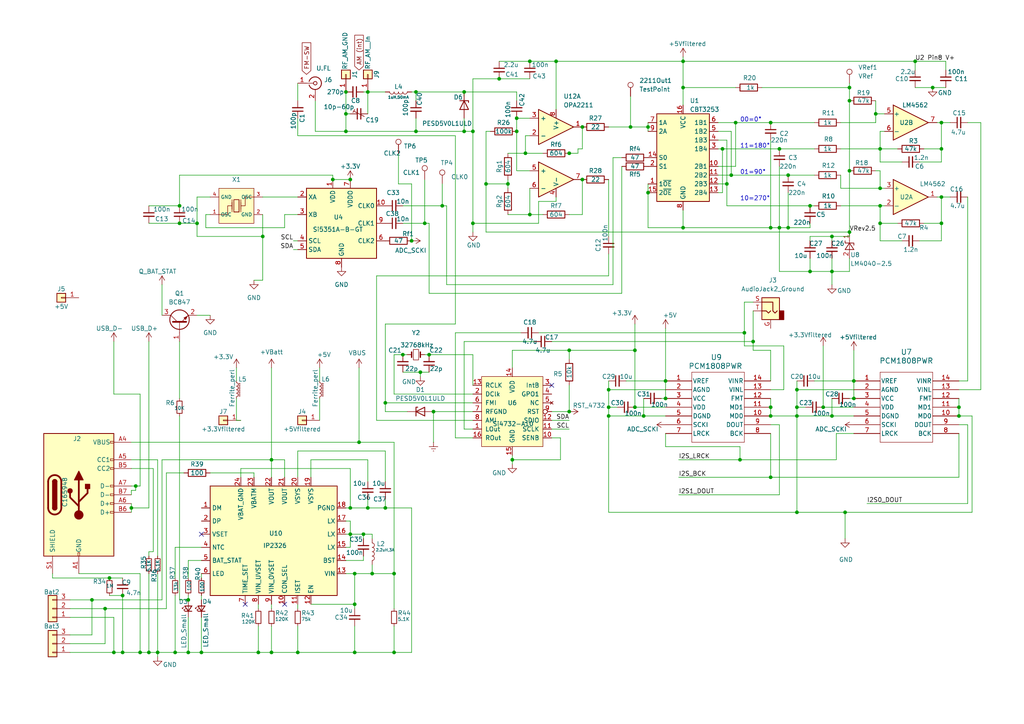
<source format=kicad_sch>
(kicad_sch (version 20250114) (generator "eeschema") (generator_version "9.0")
  (paper "A4")
  (text "00=0°" (at 214.63 35.56 0) (effects (font (size 1.27 1.27)) (justify left bottom)))
  (text "10=270°" (at 214.63 58.42 0) (effects (font (size 1.27 1.27)) (justify left bottom)))
  (text "11=180°" (at 214.63 43.18 0) (effects (font (size 1.27 1.27)) (justify left bottom)))
  (text "01=90°" (at 214.63 50.8 0) (effects (font (size 1.27 1.27)) (justify left bottom)))
  (junction (at 101.6 154.94))
  (junction (at 231.14 118.11))
  (junction (at 50.8 189.23))
  (junction (at 100.33 33.02))
  (junction (at 186.69 120.65))
  (junction (at 176.53 118.11))
  (junction (at 231.14 120.65))
  (junction (at 107.95 166.37))
  (junction (at 241.3 68.58))
  (junction (at 128.27 59.69))
  (junction (at 265.43 17.78))
  (junction (at 26.67 173.99))
  (junction (at 234.95 78.74))
  (junction (at 140.97 53.34))
  (junction (at 123.19 64.77))
  (junction (at 33.02 189.23))
  (junction (at 161.29 17.78))
  (junction (at 182.88 36.83))
  (junction (at 223.52 118.11))
  (junction (at 149.86 34.29))
  (junction (at 246.38 49.53))
  (junction (at 120.65 38.1))
  (junction (at 212.09 50.8))
  (junction (at -227.33 16.51))
  (junction (at 148.59 133.35))
  (junction (at 116.84 102.87))
  (junction (at 231.14 148.59))
  (junction (at 137.16 38.1))
  (junction (at 273.05 64.77))
  (junction (at 187.96 36.83))
  (junction (at 105.41 154.94))
  (junction (at -238.76 -16.51))
  (junction (at 102.87 175.26))
  (junction (at 184.15 118.11))
  (junction (at 39.37 140.97))
  (junction (at 241.3 78.74))
  (junction (at 134.62 38.1))
  (junction (at -128.27 -1.27))
  (junction (at -237.49 97.79))
  (junction (at -262.89 -6.35))
  (junction (at 176.53 113.03))
  (junction (at 273.05 35.56))
  (junction (at 223.52 120.65))
  (junction (at 100.33 38.1))
  (junction (at 176.53 120.65))
  (junction (at -176.53 -1.27))
  (junction (at 120.65 26.67))
  (junction (at 187.96 55.88))
  (junction (at 100.33 26.67))
  (junction (at 153.67 17.78))
  (junction (at 210.82 53.34))
  (junction (at 30.48 176.53))
  (junction (at 101.6 52.07))
  (junction (at -128.27 52.07))
  (junction (at -254 97.79))
  (junction (at -137.16 119.38))
  (junction (at 111.76 116.84))
  (junction (at 45.72 189.23))
  (junction (at 247.65 115.57))
  (junction (at 226.06 43.18))
  (junction (at 223.52 138.43))
  (junction (at -166.37 119.38))
  (junction (at 102.87 166.37))
  (junction (at 223.52 35.56))
  (junction (at 247.65 110.49))
  (junction (at 168.91 36.83))
  (junction (at 106.68 147.32))
  (junction (at 165.1 101.6))
  (junction (at -116.84 31.75))
  (junction (at 231.14 113.03))
  (junction (at 168.91 52.07))
  (junction (at 246.38 25.4))
  (junction (at 78.74 189.23))
  (junction (at -274.32 -16.51))
  (junction (at 104.14 128.27))
  (junction (at -243.84 -1.27))
  (junction (at 238.76 118.11))
  (junction (at 255.27 59.69))
  (junction (at 165.1 44.45))
  (junction (at 86.36 189.23))
  (junction (at -274.32 -22.86))
  (junction (at -248.92 -6.35))
  (junction (at 255.27 54.61))
  (junction (at 198.12 25.4))
  (junction (at 246.38 67.31))
  (junction (at 57.15 64.77))
  (junction (at 245.11 148.59))
  (junction (at 101.6 147.32))
  (junction (at 35.56 189.23))
  (junction (at 273.05 43.18))
  (junction (at 31.75 167.64))
  (junction (at 58.42 189.23))
  (junction (at 218.44 99.06))
  (junction (at -137.16 110.49))
  (junction (at 228.6 50.8))
  (junction (at 137.16 64.77))
  (junction (at 119.38 69.85))
  (junction (at 273.05 57.15))
  (junction (at 270.51 25.4))
  (junction (at 193.04 110.49))
  (junction (at 255.27 43.18))
  (junction (at 153.67 62.23))
  (junction (at 54.61 189.23))
  (junction (at 209.55 43.18))
  (junction (at 74.93 189.23))
  (junction (at -123.19 54.61))
  (junction (at 54.61 173.99))
  (junction (at -243.84 97.79))
  (junction (at 52.07 59.69))
  (junction (at 213.36 35.56))
  (junction (at 234.95 59.69))
  (junction (at 241.3 120.65))
  (junction (at 255.27 64.77))
  (junction (at -176.53 119.38))
  (junction (at 184.15 101.6))
  (junction (at 254 33.02))
  (junction (at -237.49 114.3))
  (junction (at 149.86 38.1))
  (junction (at 121.92 107.95))
  (junction (at -161.29 110.49))
  (junction (at -237.49 119.38))
  (junction (at 114.3 166.37))
  (junction (at 114.3 189.23))
  (junction (at 35.56 172.72))
  (junction (at -156.21 119.38))
  (junction (at 215.9 96.52))
  (junction (at -123.19 -1.27))
  (junction (at 52.07 64.77))
  (junction (at 228.6 66.04))
  (junction (at 134.62 26.67))
  (junction (at 102.87 189.23))
  (junction (at 76.2 68.58))
  (junction (at 246.38 29.21))
  (junction (at 111.76 147.32))
  (junction (at 78.74 133.35))
  (junction (at 40.64 189.23))
  (junction (at 106.68 26.67))
  (junction (at -161.29 119.38))
  (junction (at 198.12 66.04))
  (junction (at 43.18 189.23))
  (junction (at 125.73 119.38))
  (junction (at 147.32 53.34))
  (junction (at 214.63 133.35))
  (junction (at 278.13 120.65))
  (junction (at 165.1 119.38))
  (junction (at 124.46 102.87))
  (junction (at -137.16 105.41))
  (junction (at 96.52 52.07))
  (junction (at 193.04 115.57))
  (junction (at 198.12 17.78))
  (junction (at 278.13 118.11))
  (junction (at -233.68 -16.51))
  (junction (at -166.37 105.41))
  (junction (at -243.84 16.51))
  (junction (at 38.1 147.32))
  (junction (at -176.53 -16.51))
  (junction (at 144.78 22.86))
  (junction (at 152.4 44.45))
  (junction (at 226.06 66.04))
  (junction (at 223.52 66.04))
  (no_connect (at 58.42 154.94))
  (no_connect (at 160.02 111.76))
  (no_connect (at 82.55 175.26))
  (no_connect (at 71.12 175.26))
  (wire (pts (xy 149.86 49.53) (xy 149.86 38.1)))
  (wire (pts (xy 91.44 38.1) (xy 100.33 38.1)))
  (wire (pts (xy -62.23 59.69) (xy -49.53 59.69)))
  (wire (pts (xy 96.52 50.8) (xy 96.52 52.07)))
  (wire (pts (xy -62.23 49.53) (xy -49.53 49.53)))
  (wire (pts (xy 54.61 167.64) (xy 54.61 162.56)))
  (wire (pts (xy 213.36 35.56) (xy 208.28 35.56)))
  (wire (pts (xy 218.44 90.17) (xy 218.44 99.06)))
  (wire (pts (xy 162.56 127) (xy 162.56 133.35)))
  (wire (pts (xy 246.38 74.93) (xy 246.38 78.74)))
  (wire (pts (xy 78.74 189.23) (xy 86.36 189.23)))
  (wire (pts (xy -130.81 31.75) (xy -116.84 31.75)))
  (wire (pts (xy 116.84 64.77) (xy 123.19 64.77)))
  (wire (pts (xy 182.88 27.94) (xy 182.88 36.83)))
  (wire (pts (xy 52.07 50.8) (xy 96.52 50.8)))
  (wire (pts (xy 255.27 49.53) (xy 255.27 54.61)))
  (wire (pts (xy 280.67 110.49) (xy 278.13 110.49)))
  (wire (pts (xy 107.95 166.37) (xy 114.3 166.37)))
  (wire (pts (xy -243.84 13.97) (xy -243.84 16.51)))
  (wire (pts (xy 121.92 107.95) (xy 124.46 107.95)))
  (wire (pts (xy 52.07 59.69) (xy 52.07 50.8)))
  (wire (pts (xy 254 49.53) (xy 255.27 49.53)))
  (wire (pts (xy 266.7 46.99) (xy 273.05 46.99)))
  (wire (pts (xy -274.32 -16.51) (xy -273.05 -16.51)))
  (wire (pts (xy -252.73 -13.97) (xy -248.92 -13.97)))
  (wire (pts (xy 212.09 38.1) (xy 208.28 38.1)))
  (wire (pts (xy 280.67 35.56) (xy 284.48 35.56)))
  (wire (pts (xy 20.32 186.69) (xy 30.48 186.69)))
  (wire (pts (xy 193.04 120.65) (xy 186.69 120.65)))
  (wire (pts (xy 106.68 144.78) (xy 106.68 147.32)))
  (wire (pts (xy -92.71 26.67) (xy -92.71 13.97)))
  (wire (pts (xy 111.76 93.98) (xy 111.76 116.84)))
  (wire (pts (xy 140.97 53.34) (xy 147.32 53.34)))
  (wire (pts (xy -176.53 -1.27) (xy -176.53 11.43)))
  (wire (pts (xy 121.92 107.95) (xy 121.92 109.22)))
  (wire (pts (xy 241.3 68.58) (xy 246.38 68.58)))
  (wire (pts (xy 129.54 59.69) (xy 129.54 82.55)))
  (wire (pts (xy -238.76 -16.51) (xy -233.68 -16.51)))
  (wire (pts (xy 123.19 64.77) (xy 124.46 64.77)))
  (wire (pts (xy 48.26 137.16) (xy 53.34 137.16)))
  (wire (pts (xy 153.67 62.23) (xy 157.48 62.23)))
  (wire (pts (xy 228.6 50.8) (xy 236.22 50.8)))
  (wire (pts (xy -227.33 16.51) (xy -222.25 16.51)))
  (wire (pts (xy 180.34 48.26) (xy 180.34 85.09)))
  (wire (pts (xy 163.83 44.45) (xy 165.1 44.45)))
  (wire (pts (xy 76.2 57.15) (xy 86.36 57.15)))
  (wire (pts (xy -156.21 119.38) (xy -137.16 119.38)))
  (wire (pts (xy 116.84 102.87) (xy 114.3 102.87)))
  (wire (pts (xy 45.72 166.37) (xy 45.72 189.23)))
  (wire (pts (xy -274.32 -13.97) (xy -274.32 -16.51)))
  (wire (pts (xy 68.58 121.92) (xy 69.85 121.92)))
  (wire (pts (xy -130.81 57.15) (xy -78.74 57.15)))
  (wire (pts (xy 137.16 102.87) (xy 137.16 111.76)))
  (wire (pts (xy 209.55 43.18) (xy 226.06 43.18)))
  (wire (pts (xy 116.84 102.87) (xy 118.11 102.87)))
  (wire (pts (xy -130.81 52.07) (xy -128.27 52.07)))
  (wire (pts (xy 162.56 127) (xy 160.02 127)))
  (wire (pts (xy 54.61 172.72) (xy 54.61 173.99)))
  (wire (pts (xy 215.9 100.33) (xy 227.33 100.33)))
  (wire (pts (xy 223.52 138.43) (xy 278.13 138.43)))
  (wire (pts (xy 86.36 39.37) (xy 86.36 34.29)))
  (wire (pts (xy 247.65 120.65) (xy 241.3 120.65)))
  (wire (pts (xy 234.95 59.69) (xy 236.22 59.69)))
  (wire (pts (xy -248.92 -6.35) (xy -262.89 -6.35)))
  (wire (pts (xy 114.3 102.87) (xy 114.3 114.3)))
  (wire (pts (xy 111.76 147.32) (xy 119.38 147.32)))
  (wire (pts (xy -243.84 97.79) (xy -237.49 97.79)))
  (wire (pts (xy -266.7 -35.56) (xy -266.7 -34.29)))
  (wire (pts (xy 210.82 53.34) (xy 210.82 40.64)))
  (wire (pts (xy 100.33 33.02) (xy 100.33 38.1)))
  (wire (pts (xy -237.49 119.38) (xy -176.53 119.38)))
  (wire (pts (xy 161.29 17.78) (xy 198.12 17.78)))
  (wire (pts (xy 44.45 135.89) (xy 44.45 160.02)))
  (wire (pts (xy -166.37 116.84) (xy -166.37 119.38)))
  (wire (pts (xy -252.73 -16.51) (xy -251.46 -16.51)))
  (wire (pts (xy 255.27 64.77) (xy 260.35 64.77)))
  (wire (pts (xy 241.3 69.85) (xy 241.3 68.58)))
  (wire (pts (xy 238.76 118.11) (xy 247.65 118.11)))
  (wire (pts (xy 82.55 138.43) (xy 82.55 133.35)))
  (wire (pts (xy 243.84 54.61) (xy 255.27 54.61)))
  (wire (pts (xy 102.87 175.26) (xy 102.87 176.53)))
  (wire (pts (xy -166.37 105.41) (xy -154.94 105.41)))
  (wire (pts (xy -139.7 105.41) (xy -137.16 105.41)))
  (wire (pts (xy 105.41 154.94) (xy 107.95 154.94)))
  (wire (pts (xy 140.97 38.1) (xy 140.97 53.34)))
  (wire (pts (xy 50.8 158.75) (xy 58.42 158.75)))
  (wire (pts (xy -176.53 92.71) (xy -176.53 119.38)))
  (wire (pts (xy 134.62 38.1) (xy 137.16 38.1)))
  (wire (pts (xy 104.14 128.27) (xy 114.3 128.27)))
  (wire (pts (xy -64.77 39.37) (xy -49.53 39.37)))
  (wire (pts (xy 90.17 138.43) (xy 90.17 133.35)))
  (wire (pts (xy 140.97 53.34) (xy 140.97 67.31)))
  (wire (pts (xy 226.06 43.18) (xy 236.22 43.18)))
  (wire (pts (xy 26.67 173.99) (xy 46.99 173.99)))
  (wire (pts (xy 106.68 26.67) (xy 111.76 26.67)))
  (wire (pts (xy -137.16 105.41) (xy -121.92 105.41)))
  (wire (pts (xy 128.27 53.34) (xy 128.27 59.69)))
  (wire (pts (xy 176.53 118.11) (xy 179.07 118.11)))
  (wire (pts (xy -62.23 44.45) (xy -49.53 44.45)))
  (wire (pts (xy -128.27 10.16) (xy -128.27 52.07)))
  (wire (pts (xy 114.3 181.61) (xy 114.3 189.23)))
  (wire (pts (xy 50.8 189.23) (xy 54.61 189.23)))
  (wire (pts (xy 107.95 163.83) (xy 107.95 166.37)))
  (wire (pts (xy 234.95 64.77) (xy 234.95 66.04)))
  (wire (pts (xy 278.13 118.11) (xy 278.13 120.65)))
  (wire (pts (xy 241.3 74.93) (xy 241.3 78.74)))
  (wire (pts (xy 120.65 26.67) (xy 134.62 26.67)))
  (wire (pts (xy 58.42 179.07) (xy 58.42 189.23)))
  (wire (pts (xy 149.86 38.1) (xy 149.86 34.29)))
  (wire (pts (xy 223.52 125.73) (xy 223.52 138.43)))
  (wire (pts (xy 193.04 95.25) (xy 193.04 110.49)))
  (wire (pts (xy -233.68 -13.97) (xy -233.68 -16.51)))
  (wire (pts (xy 115.57 53.34) (xy 119.38 53.34)))
  (wire (pts (xy 255.27 46.99) (xy 255.27 43.18)))
  (wire (pts (xy 176.53 148.59) (xy 231.14 148.59)))
  (wire (pts (xy 129.54 82.55) (xy 177.8 82.55)))
  (wire (pts (xy -128.27 -1.27) (xy -128.27 5.08)))
  (wire (pts (xy 236.22 110.49) (xy 247.65 110.49)))
  (wire (pts (xy 109.22 121.92) (xy 137.16 121.92)))
  (wire (pts (xy -262.89 97.79) (xy -254 97.79)))
  (wire (pts (xy 153.67 54.61) (xy 153.67 62.23)))
  (wire (pts (xy -248.92 119.38) (xy -237.49 119.38)))
  (wire (pts (xy 101.6 158.75) (xy 100.33 158.75)))
  (wire (pts (xy 33.02 189.23) (xy 35.56 189.23)))
  (wire (pts (xy -62.23 57.15) (xy -49.53 57.15)))
  (wire (pts (xy -254 7.62) (xy -254 97.79)))
  (wire (pts (xy 176.53 118.11) (xy 176.53 120.65)))
  (wire (pts (xy -248.92 114.3) (xy -248.92 119.38)))
  (wire (pts (xy 134.62 26.67) (xy 134.62 27.94)))
  (wire (pts (xy 265.43 25.4) (xy 270.51 25.4)))
  (wire (pts (xy 124.46 85.09) (xy 180.34 85.09)))
  (wire (pts (xy -237.49 22.86) (xy -237.49 97.79)))
  (wire (pts (xy 76.2 68.58) (xy 76.2 81.28)))
  (wire (pts (xy 147.32 54.61) (xy 147.32 53.34)))
  (wire (pts (xy 140.97 67.31) (xy 246.38 67.31)))
  (wire (pts (xy 78.74 181.61) (xy 78.74 189.23)))
  (wire (pts (xy 208.28 50.8) (xy 212.09 50.8)))
  (wire (pts (xy 40.64 114.3) (xy 40.64 140.97)))
  (wire (pts (xy 153.67 49.53) (xy 149.86 49.53)))
  (wire (pts (xy 275.59 57.15) (xy 273.05 57.15)))
  (wire (pts (xy -274.32 -16.51) (xy -274.32 -22.86)))
  (wire (pts (xy -123.19 -1.27) (xy -123.19 5.08)))
  (wire (pts (xy -229.87 105.41) (xy -229.87 31.75)))
  (wire (pts (xy 215.9 87.63) (xy 215.9 96.52)))
  (wire (pts (xy 176.53 113.03) (xy 176.53 118.11)))
  (wire (pts (xy -62.23 52.07) (xy -49.53 52.07)))
  (wire (pts (xy 40.64 140.97) (xy 39.37 140.97)))
  (wire (pts (xy -116.84 31.75) (xy -116.84 10.16)))
  (wire (pts (xy 165.1 121.92) (xy 160.02 121.92)))
  (wire (pts (xy 181.61 110.49) (xy 193.04 110.49)))
  (wire (pts (xy 220.98 25.4) (xy 246.38 25.4)))
  (wire (pts (xy 43.18 160.02) (xy 44.45 160.02)))
  (wire (pts (xy 40.64 166.37) (xy 40.64 189.23)))
  (wire (pts (xy 45.72 189.23) (xy 50.8 189.23)))
  (wire (pts (xy 273.05 35.56) (xy 273.05 43.18)))
  (wire (pts (xy 180.34 45.72) (xy 177.8 45.72)))
  (wire (pts (xy 50.8 158.75) (xy 50.8 167.64)))
  (wire (pts (xy 125.73 128.27) (xy 125.73 119.38)))
  (wire (pts (xy -232.41 110.49) (xy -161.29 110.49)))
  (wire (pts (xy -121.92 105.41) (xy -121.92 77.47)))
  (wire (pts (xy 137.16 22.86) (xy 144.78 22.86)))
  (wire (pts (xy -237.49 119.38) (xy -237.49 114.3)))
  (wire (pts (xy 152.4 44.45) (xy 147.32 44.45)))
  (wire (pts (xy 243.84 35.56) (xy 254 35.56)))
  (wire (pts (xy 40.64 166.37) (xy 22.86 166.37)))
  (wire (pts (xy 198.12 17.78) (xy 198.12 25.4)))
  (wire (pts (xy 52.07 173.99) (xy 54.61 173.99)))
  (wire (pts (xy 176.53 110.49) (xy 176.53 113.03)))
  (wire (pts (xy 255.27 38.1) (xy 255.27 43.18)))
  (wire (pts (xy 102.87 166.37) (xy 107.95 166.37)))
  (wire (pts (xy 114.3 166.37) (xy 114.3 176.53)))
  (wire (pts (xy 198.12 25.4) (xy 198.12 30.48)))
  (wire (pts (xy -176.53 -16.51) (xy -176.53 -1.27)))
  (wire (pts (xy 57.15 68.58) (xy 76.2 68.58)))
  (wire (pts (xy -130.81 67.31) (xy -91.44 67.31)))
  (wire (pts (xy 153.67 17.78) (xy 161.29 17.78)))
  (wire (pts (xy 100.33 38.1) (xy 120.65 38.1)))
  (wire (pts (xy -128.27 52.07) (xy -80.01 52.07)))
  (wire (pts (xy -266.7 -26.67) (xy -266.7 -22.86)))
  (wire (pts (xy 246.38 78.74) (xy 241.3 78.74)))
  (wire (pts (xy 274.32 17.78) (xy 274.32 20.32)))
  (wire (pts (xy 132.08 39.37) (xy 132.08 93.98)))
  (wire (pts (xy 176.53 36.83) (xy 182.88 36.83)))
  (wire (pts (xy 184.15 101.6) (xy 184.15 118.11)))
  (wire (pts (xy 210.82 59.69) (xy 234.95 59.69)))
  (wire (pts (xy 278.13 120.65) (xy 281.94 120.65)))
  (wire (pts (xy 125.73 119.38) (xy 137.16 119.38)))
  (wire (pts (xy 231.14 118.11) (xy 231.14 120.65)))
  (wire (pts (xy -232.41 34.29) (xy -222.25 34.29)))
  (wire (pts (xy 43.18 160.02) (xy 43.18 161.29)))
  (wire (pts (xy -92.71 2.54) (xy -92.71 6.35)))
  (wire (pts (xy -123.19 -1.27) (xy -116.84 -1.27)))
  (wire (pts (xy -130.81 59.69) (xy -91.44 59.69)))
  (wire (pts (xy 165.1 111.76) (xy 165.1 119.38)))
  (wire (pts (xy 271.78 57.15) (xy 273.05 57.15)))
  (wire (pts (xy 243.84 59.69) (xy 255.27 59.69)))
  (wire (pts (xy 69.85 138.43) (xy 69.85 135.89)))
  (wire (pts (xy 104.14 106.68) (xy 104.14 128.27)))
  (wire (pts (xy 38.1 142.24) (xy 39.37 142.24)))
  (wire (pts (xy 147.32 52.07) (xy 147.32 53.34)))
  (wire (pts (xy 243.84 43.18) (xy 255.27 43.18)))
  (wire (pts (xy -139.7 110.49) (xy -137.16 110.49)))
  (wire (pts (xy 90.17 175.26) (xy 102.87 175.26)))
  (wire (pts (xy 196.85 133.35) (xy 214.63 133.35)))
  (wire (pts (xy 165.1 44.45) (xy 167.64 44.45)))
  (wire (pts (xy 105.41 162.56) (xy 100.33 162.56)))
  (wire (pts (xy -233.68 -16.51) (xy -232.41 -16.51)))
  (wire (pts (xy 228.6 66.04) (xy 234.95 66.04)))
  (wire (pts (xy 218.44 101.6) (xy 223.52 101.6)))
  (wire (pts (xy 161.29 58.42) (xy 156.21 58.42)))
  (wire (pts (xy -266.7 -22.86) (xy -274.32 -22.86)))
  (wire (pts (xy 198.12 60.96) (xy 198.12 66.04)))
  (wire (pts (xy 137.16 22.86) (xy 137.16 38.1)))
  (wire (pts (xy 114.3 128.27) (xy 114.3 166.37)))
  (wire (pts (xy 265.43 17.78) (xy 274.32 17.78)))
  (wire (pts (xy 208.28 48.26) (xy 213.36 48.26)))
  (wire (pts (xy 116.84 107.95) (xy 121.92 107.95)))
  (wire (pts (xy 246.38 24.13) (xy 246.38 25.4)))
  (wire (pts (xy 148.59 101.6) (xy 148.59 106.68)))
  (wire (pts (xy 255.27 43.18) (xy 260.35 43.18)))
  (wire (pts (xy -64.77 41.91) (xy -49.53 41.91)))
  (wire (pts (xy 78.74 175.26) (xy 78.74 176.53)))
  (wire (pts (xy 105.41 154.94) (xy 105.41 156.21)))
  (wire (pts (xy 278.13 113.03) (xy 284.48 113.03)))
  (wire (pts (xy 73.66 138.43) (xy 73.66 137.16)))
  (wire (pts (xy 223.52 120.65) (xy 231.14 120.65)))
  (wire (pts (xy 210.82 40.64) (xy 208.28 40.64)))
  (wire (pts (xy 106.68 147.32) (xy 111.76 147.32)))
  (wire (pts (xy -262.89 -6.35) (xy -262.89 97.79)))
  (wire (pts (xy 118.11 119.38) (xy 111.76 119.38)))
  (wire (pts (xy 140.97 38.1) (xy 142.24 38.1)))
  (wire (pts (xy 38.1 147.32) (xy 38.1 148.59)))
  (wire (pts (xy -83.82 62.23) (xy -78.74 62.23)))
  (wire (pts (xy -229.87 31.75) (xy -222.25 31.75)))
  (wire (pts (xy 246.38 68.58) (xy 246.38 67.31)))
  (wire (pts (xy 234.95 78.74) (xy 241.3 78.74)))
  (wire (pts (xy 198.12 17.78) (xy 265.43 17.78)))
  (wire (pts (xy 44.45 135.89) (xy 38.1 135.89)))
  (wire (pts (xy 213.36 48.26) (xy 213.36 35.56)))
  (wire (pts (xy 15.24 167.64) (xy 31.75 167.64)))
  (wire (pts (xy 120.65 26.67) (xy 120.65 29.21)))
  (wire (pts (xy -130.81 62.23) (xy -91.44 62.23)))
  (wire (pts (xy -166.37 105.41) (xy -166.37 111.76)))
  (wire (pts (xy 46.99 133.35) (xy 46.99 173.99)))
  (wire (pts (xy -243.84 -1.27) (xy -243.84 8.89)))
  (wire (pts (xy 68.58 106.68) (xy 68.58 110.49)))
  (wire (pts (xy 43.18 147.32) (xy 38.1 147.32)))
  (wire (pts (xy 128.27 59.69) (xy 129.54 59.69)))
  (wire (pts (xy -161.29 110.49) (xy -161.29 111.76)))
  (wire (pts (xy 176.53 113.03) (xy 193.04 113.03)))
  (wire (pts (xy 161.29 57.15) (xy 161.29 58.42)))
  (wire (pts (xy 208.28 55.88) (xy 209.55 55.88)))
  (wire (pts (xy 167.64 44.45) (xy 167.64 43.18)))
  (wire (pts (xy 86.36 181.61) (xy 86.36 189.23)))
  (wire (pts (xy 46.99 82.55) (xy 46.99 91.44)))
  (wire (pts (xy -62.23 46.99) (xy -49.53 46.99)))
  (wire (pts (xy 85.09 72.39) (xy 86.36 72.39)))
  (wire (pts (xy 101.6 151.13) (xy 101.6 154.94)))
  (wire (pts (xy 137.16 64.77) (xy 156.21 64.77)))
  (wire (pts (xy 78.74 133.35) (xy 82.55 133.35)))
  (wire (pts (xy -156.21 107.95) (xy -156.21 119.38)))
  (wire (pts (xy 40.64 189.23) (xy 43.18 189.23)))
  (wire (pts (xy 111.76 139.7) (xy 111.76 130.81)))
  (wire (pts (xy 193.04 115.57) (xy 191.77 115.57)))
  (wire (pts (xy 187.96 36.83) (xy 187.96 38.1)))
  (wire (pts (xy 43.18 59.69) (xy 52.07 59.69)))
  (wire (pts (xy 78.74 106.68) (xy 78.74 133.35)))
  (wire (pts (xy -241.3 -16.51) (xy -238.76 -16.51)))
  (wire (pts (xy 187.96 53.34) (xy 187.96 55.88)))
  (wire (pts (xy 60.96 57.15) (xy 57.15 57.15)))
  (wire (pts (xy 111.76 119.38) (xy 111.76 116.84)))
  (wire (pts (xy 31.75 172.72) (xy 35.56 172.72)))
  (wire (pts (xy 231.14 110.49) (xy 231.14 113.03)))
  (wire (pts (xy 86.36 130.81) (xy 86.36 138.43)))
  (wire (pts (xy -232.41 110.49) (xy -232.41 34.29)))
  (wire (pts (xy 100.33 26.67) (xy 100.33 33.02)))
  (wire (pts (xy 208.28 53.34) (xy 210.82 53.34)))
  (wire (pts (xy 255.27 64.77) (xy 255.27 69.85)))
  (wire (pts (xy 33.02 179.07) (xy 33.02 189.23)))
  (wire (pts (xy -232.41 -13.97) (xy -233.68 -13.97)))
  (wire (pts (xy -130.81 26.67) (xy -92.71 26.67)))
  (wire (pts (xy 246.38 25.4) (xy 246.38 29.21)))
  (wire (pts (xy -176.53 119.38) (xy -176.53 124.46)))
  (wire (pts (xy -62.23 62.23) (xy -49.53 62.23)))
  (wire (pts (xy 246.38 29.21) (xy 246.38 49.53)))
  (wire (pts (xy -227.33 22.86) (xy -227.33 16.51)))
  (wire (pts (xy 86.36 24.13) (xy 86.36 29.21)))
  (wire (pts (xy 165.1 62.23) (xy 168.91 62.23)))
  (wire (pts (xy 278.13 123.19) (xy 280.67 123.19)))
  (wire (pts (xy 187.96 35.56) (xy 187.96 36.83)))
  (wire (pts (xy 148.59 101.6) (xy 165.1 101.6)))
  (wire (pts (xy 176.53 80.01) (xy 109.22 80.01)))
  (wire (pts (xy 58.42 189.23) (xy 74.93 189.23)))
  (wire (pts (xy 176.53 120.65) (xy 176.53 148.59)))
  (wire (pts (xy 223.52 113.03) (xy 227.33 113.03)))
  (wire (pts (xy 273.05 69.85) (xy 273.05 64.77)))
  (wire (pts (xy 176.53 52.07) (xy 176.53 68.58)))
  (wire (pts (xy 214.63 133.35) (xy 242.57 133.35)))
  (wire (pts (xy 231.14 120.65) (xy 231.14 148.59)))
  (wire (pts (xy 92.71 115.57) (xy 92.71 121.92)))
  (wire (pts (xy -254 -1.27) (xy -254 2.54)))
  (wire (pts (xy 231.14 113.03) (xy 231.14 118.11)))
  (wire (pts (xy 153.67 39.37) (xy 152.4 39.37)))
  (wire (pts (xy -243.84 16.51) (xy -227.33 16.51)))
  (wire (pts (xy 100.33 147.32) (xy 101.6 147.32)))
  (wire (pts (xy -254 97.79) (xy -243.84 97.79)))
  (wire (pts (xy 20.32 184.15) (xy 26.67 184.15)))
  (wire (pts (xy 38.1 140.97) (xy 39.37 140.97)))
  (wire (pts (xy 246.38 49.53) (xy 246.38 67.31)))
  (wire (pts (xy 234.95 68.58) (xy 241.3 68.58)))
  (wire (pts (xy 265.43 17.78) (xy 265.43 20.32)))
  (wire (pts (xy 218.44 99.06) (xy 218.44 101.6)))
  (wire (pts (xy 149.86 26.67) (xy 149.86 29.21)))
  (wire (pts (xy -176.53 -34.29) (xy -176.53 -16.51)))
  (wire (pts (xy 144.78 17.78) (xy 153.67 17.78)))
  (wire (pts (xy 50.8 172.72) (xy 50.8 189.23)))
  (wire (pts (xy 90.17 133.35) (xy 106.68 133.35)))
  (wire (pts (xy 102.87 181.61) (xy 102.87 189.23)))
  (wire (pts (xy 26.67 173.99) (xy 26.67 184.15)))
  (wire (pts (xy 278.13 125.73) (xy 278.13 138.43)))
  (wire (pts (xy 281.94 120.65) (xy 281.94 148.59)))
  (wire (pts (xy 270.51 25.4) (xy 274.32 25.4)))
  (wire (pts (xy 241.3 120.65) (xy 231.14 120.65)))
  (wire (pts (xy 238.76 100.33) (xy 238.76 118.11)))
  (wire (pts (xy 59.69 66.04) (xy 82.55 66.04)))
  (wire (pts (xy -254 -1.27) (xy -243.84 -1.27)))
  (wire (pts (xy 281.94 148.59) (xy 245.11 148.59)))
  (wire (pts (xy 73.66 137.16) (xy 60.96 137.16)))
  (wire (pts (xy 198.12 16.51) (xy 198.12 17.78)))
  (wire (pts (xy 106.68 133.35) (xy 106.68 139.7)))
  (wire (pts (xy 234.95 78.74) (xy 226.06 78.74)))
  (wire (pts (xy -161.29 110.49) (xy -154.94 110.49)))
  (wire (pts (xy 46.99 133.35) (xy 78.74 133.35)))
  (wire (pts (xy 245.11 148.59) (xy 245.11 156.21)))
  (wire (pts (xy 280.67 110.49) (xy 280.67 57.15)))
  (wire (pts (xy 137.16 38.1) (xy 137.16 64.77)))
  (wire (pts (xy 156.21 96.52) (xy 215.9 96.52)))
  (wire (pts (xy 86.36 130.81) (xy 111.76 130.81)))
  (wire (pts (xy 20.32 189.23) (xy 33.02 189.23)))
  (wire (pts (xy 33.02 99.06) (xy 33.02 114.3)))
  (wire (pts (xy -137.16 119.38) (xy -106.68 119.38)))
  (wire (pts (xy 54.61 162.56) (xy 58.42 162.56)))
  (wire (pts (xy -101.6 13.97) (xy -101.6 24.13)))
  (wire (pts (xy 43.18 64.77) (xy 52.07 64.77)))
  (wire (pts (xy 132.08 96.52) (xy 132.08 127)))
  (wire (pts (xy 132.08 127) (xy 137.16 127)))
  (wire (pts (xy 223.52 123.19) (xy 226.06 123.19)))
  (wire (pts (xy 149.86 34.29) (xy 153.67 34.29)))
  (wire (pts (xy 223.52 35.56) (xy 236.22 35.56)))
  (wire (pts (xy 231.14 113.03) (xy 247.65 113.03)))
  (wire (pts (xy 114.3 189.23) (xy 119.38 189.23)))
  (wire (pts (xy 241.3 115.57) (xy 241.3 120.65)))
  (wire (pts (xy 57.15 64.77) (xy 57.15 68.58)))
  (wire (pts (xy 246.38 115.57) (xy 247.65 115.57)))
  (wire (pts (xy 227.33 100.33) (xy 227.33 113.03)))
  (wire (pts (xy 255.27 54.61) (xy 256.54 54.61)))
  (wire (pts (xy 69.85 135.89) (xy 101.6 135.89)))
  (wire (pts (xy 278.13 115.57) (xy 278.13 118.11)))
  (wire (pts (xy 115.57 44.45) (xy 115.57 53.34)))
  (wire (pts (xy 54.61 189.23) (xy 58.42 189.23)))
  (wire (pts (xy 223.52 66.04) (xy 226.06 66.04)))
  (wire (pts (xy 59.69 62.23) (xy 59.69 66.04)))
  (wire (pts (xy 226.06 123.19) (xy 226.06 143.51)))
  (wire (pts (xy 144.78 22.86) (xy 153.67 22.86)))
  (wire (pts (xy 187.96 66.04) (xy 198.12 66.04)))
  (wire (pts (xy -229.87 105.41) (xy -166.37 105.41)))
  (wire (pts (xy 215.9 96.52) (xy 215.9 100.33)))
  (wire (pts (xy 119.38 53.34) (xy 119.38 69.85)))
  (wire (pts (xy 45.72 133.35) (xy 45.72 161.29)))
  (wire (pts (xy -243.84 25.4) (xy -243.84 97.79)))
  (wire (pts (xy 223.52 115.57) (xy 223.52 118.11)))
  (wire (pts (xy 165.1 101.6) (xy 165.1 104.14)))
  (wire (pts (xy 254 29.21) (xy 254 33.02)))
  (wire (pts (xy 106.68 26.67) (xy 106.68 33.02)))
  (wire (pts (xy 101.6 135.89) (xy 101.6 147.32)))
  (wire (pts (xy 78.74 138.43) (xy 78.74 133.35)))
  (wire (pts (xy 101.6 147.32) (xy 106.68 147.32)))
  (wire (pts (xy 134.62 99.06) (xy 134.62 124.46)))
  (wire (pts (xy 254 33.02) (xy 256.54 33.02)))
  (wire (pts (xy 82.55 62.23) (xy 86.36 62.23)))
  (wire (pts (xy 119.38 26.67) (xy 120.65 26.67)))
  (wire (pts (xy 124.46 102.87) (xy 137.16 102.87)))
  (wire (pts (xy -83.82 67.31) (xy -78.74 67.31)))
  (wire (pts (xy 273.05 35.56) (xy 275.59 35.56)))
  (wire (pts (xy 241.3 78.74) (xy 241.3 82.55)))
  (wire (pts (xy 273.05 46.99) (xy 273.05 43.18)))
  (wire (pts (xy -161.29 119.38) (xy -156.21 119.38)))
  (wire (pts (xy 208.28 43.18) (xy 209.55 43.18)))
  (wire (pts (xy -224.79 -6.35) (xy -248.92 -6.35)))
  (wire (pts (xy 255.27 59.69) (xy 256.54 59.69)))
  (wire (pts (xy -161.29 116.84) (xy -161.29 119.38)))
  (wire (pts (xy -154.94 107.95) (xy -156.21 107.95)))
  (wire (pts (xy 92.71 106.68) (xy 92.71 110.49)))
  (wire (pts (xy 134.62 26.67) (xy 149.86 26.67)))
  (wire (pts (xy 231.14 148.59) (xy 245.11 148.59)))
  (wire (pts (xy 266.7 69.85) (xy 273.05 69.85)))
  (wire (pts (xy 33.02 114.3) (xy 40.64 114.3)))
  (wire (pts (xy 213.36 25.4) (xy 198.12 25.4)))
  (wire (pts (xy 177.8 45.72) (xy 177.8 82.55)))
  (wire (pts (xy 116.84 59.69) (xy 128.27 59.69)))
  (wire (pts (xy 165.1 124.46) (xy 160.02 124.46)))
  (wire (pts (xy 255.27 46.99) (xy 261.62 46.99)))
  (wire (pts (xy 15.24 166.37) (xy 15.24 167.64)))
  (wire (pts (xy 226.06 66.04) (xy 226.06 78.74)))
  (wire (pts (xy -130.81 87.63) (xy -74.93 87.63)))
  (wire (pts (xy 86.36 189.23) (xy 102.87 189.23)))
  (wire (pts (xy 102.87 189.23) (xy 114.3 189.23)))
  (wire (pts (xy -62.23 64.77) (xy -49.53 64.77)))
  (wire (pts (xy 82.55 66.04) (xy 82.55 62.23)))
  (wire (pts (xy 196.85 138.43) (xy 223.52 138.43)))
  (wire (pts (xy 148.59 133.35) (xy 148.59 134.62)))
  (wire (pts (xy -274.32 -22.86) (xy -274.32 -26.67)))
  (wire (pts (xy 151.13 96.52) (xy 132.08 96.52)))
  (wire (pts (xy 231.14 118.11) (xy 233.68 118.11)))
  (wire (pts (xy 184.15 93.98) (xy 184.15 101.6)))
  (wire (pts (xy 226.06 66.04) (xy 228.6 66.04)))
  (wire (pts (xy 243.84 54.61) (xy 243.84 50.8)))
  (wire (pts (xy 182.88 36.83) (xy 187.96 36.83)))
  (wire (pts (xy 255.27 38.1) (xy 256.54 38.1)))
  (wire (pts (xy 284.48 113.03) (xy 284.48 35.56)))
  (wire (pts (xy 167.64 43.18) (xy 168.91 43.18)))
  (wire (pts (xy 251.46 146.05) (xy 280.67 146.05)))
  (wire (pts (xy 39.37 142.24) (xy 39.37 140.97)))
  (wire (pts (xy -123.19 54.61) (xy -123.19 10.16)))
  (wire (pts (xy -176.53 -1.27) (xy -128.27 -1.27)))
  (wire (pts (xy -62.23 67.31) (xy -49.53 67.31)))
  (wire (pts (xy 254 35.56) (xy 254 33.02)))
  (wire (pts (xy 58.42 173.99) (xy 58.42 172.72)))
  (wire (pts (xy 54.61 179.07) (xy 54.61 189.23)))
  (wire (pts (xy -248.92 -13.97) (xy -248.92 -12.7)))
  (wire (pts (xy 45.72 189.23) (xy 45.72 190.5)))
  (wire (pts (xy 86.36 175.26) (xy 86.36 176.53)))
  (wire (pts (xy 74.93 189.23) (xy 78.74 189.23)))
  (wire (pts (xy -101.6 24.13) (xy -130.81 24.13)))
  (wire (pts (xy 186.69 115.57) (xy 186.69 120.65)))
  (wire (pts (xy 43.18 166.37) (xy 43.18 189.23)))
  (wire (pts (xy -106.68 31.75) (xy -106.68 119.38)))
  (wire (pts (xy -176.53 119.38) (xy -166.37 119.38)))
  (wire (pts (xy 134.62 38.1) (xy 134.62 34.29)))
  (wire (pts (xy 165.1 101.6) (xy 184.15 101.6)))
  (wire (pts (xy 100.33 166.37) (xy 102.87 166.37)))
  (wire (pts (xy -238.76 114.3) (xy -237.49 114.3)))
  (wire (pts (xy 52.07 64.77) (xy 57.15 64.77)))
  (wire (pts (xy -130.81 74.93) (xy -78.74 74.93)))
  (wire (pts (xy -273.05 -13.97) (xy -274.32 -13.97)))
  (wire (pts (xy 38.1 133.35) (xy 45.72 133.35)))
  (wire (pts (xy 184.15 118.11) (xy 193.04 118.11)))
  (wire (pts (xy -237.49 114.3) (xy -237.49 97.79)))
  (wire (pts (xy 214.63 129.54) (xy 214.63 133.35)))
  (wire (pts (xy 247.65 125.73) (xy 242.57 125.73)))
  (wire (pts (xy 228.6 55.88) (xy 228.6 66.04)))
  (wire (pts (xy 57.15 91.44) (xy 60.96 91.44)))
  (wire (pts (xy 107.95 156.21) (xy 107.95 154.94)))
  (wire (pts (xy -130.81 64.77) (xy -91.44 64.77)))
  (wire (pts (xy 196.85 143.51) (xy 226.06 143.51)))
  (wire (pts (xy -83.82 59.69) (xy -78.74 59.69)))
  (wire (pts (xy 152.4 39.37) (xy 152.4 44.45)))
  (wire (pts (xy 43.18 99.06) (xy 43.18 147.32)))
  (wire (pts (xy 109.22 80.01) (xy 109.22 121.92)))
  (wire (pts (xy 223.52 40.64) (xy 223.52 66.04)))
  (wire (pts (xy 105.41 161.29) (xy 105.41 162.56)))
  (wire (pts (xy 280.67 123.19) (xy 280.67 146.05)))
  (wire (pts (xy 132.08 93.98) (xy 111.76 93.98)))
  (wire (pts (xy -101.6 2.54) (xy -101.6 6.35)))
  (wire (pts (xy -130.81 54.61) (xy -123.19 54.61)))
  (wire (pts (xy 60.96 62.23) (xy 59.69 62.23)))
  (wire (pts (xy 101.6 154.94) (xy 105.41 154.94)))
  (wire (pts (xy 234.95 74.93) (xy 234.95 78.74)))
  (wire (pts (xy 160.02 99.06) (xy 218.44 99.06)))
  (wire (pts (xy 157.48 44.45) (xy 152.4 44.45)))
  (wire (pts (xy -241.3 -19.05) (xy -241.3 -16.51)))
  (wire (pts (xy 193.04 129.54) (xy 214.63 129.54)))
  (wire (pts (xy 31.75 167.64) (xy 35.56 167.64)))
  (wire (pts (xy 124.46 64.77) (xy 124.46 85.09)))
  (wire (pts (xy 193.04 110.49) (xy 193.04 115.57)))
  (wire (pts (xy 76.2 62.23) (xy 76.2 68.58)))
  (wire (pts (xy 213.36 35.56) (xy 223.52 35.56)))
  (wire (pts (xy 102.87 166.37) (xy 102.87 175.26)))
  (wire (pts (xy 212.09 50.8) (xy 228.6 50.8)))
  (wire (pts (xy 85.09 69.85) (xy 86.36 69.85)))
  (wire (pts (xy -123.19 54.61) (xy -78.74 54.61)))
  (wire (pts (xy 242.57 125.73) (xy 242.57 133.35)))
  (wire (pts (xy 154.94 99.06) (xy 134.62 99.06)))
  (wire (pts (xy 137.16 114.3) (xy 114.3 114.3)))
  (wire (pts (xy 176.53 80.01) (xy 176.53 73.66)))
  (wire (pts (xy 212.09 50.8) (xy 212.09 38.1)))
  (wire (pts (xy -248.92 -7.62) (xy -248.92 -6.35)))
  (wire (pts (xy 106.68 26.67) (xy 105.41 26.67)))
  (wire (pts (xy 168.91 43.18) (xy 168.91 36.83)))
  (wire (pts (xy 187.96 55.88) (xy 187.96 66.04)))
  (wire (pts (xy 273.05 57.15) (xy 273.05 64.77)))
  (wire (pts (xy 247.65 110.49) (xy 247.65 115.57)))
  (wire (pts (xy 210.82 53.34) (xy 210.82 59.69)))
  (wire (pts (xy 186.69 120.65) (xy 176.53 120.65)))
  (wire (pts (xy 137.16 64.77) (xy 137.16 67.31)))
  (wire (pts (xy 91.44 29.21) (xy 91.44 38.1)))
  (wire (pts (xy 120.65 38.1) (xy 134.62 38.1)))
  (wire (pts (xy -121.92 77.47) (xy -130.81 77.47)))
  (wire (pts (xy 123.19 102.87) (xy 124.46 102.87)))
  (wire (pts (xy 48.26 137.16) (xy 48.26 176.53)))
  (wire (pts (xy 57.15 57.15) (xy 57.15 64.77)))
  (wire (pts (xy 223.52 101.6) (xy 223.52 110.49)))
  (wire (pts (xy 52.07 99.06) (xy 52.07 115.57)))
  (wire (pts (xy -62.23 54.61) (xy -49.53 54.61)))
  (wire (pts (xy 76.2 81.28) (xy 73.66 81.28)))
  (wire (pts (xy 123.19 52.07) (xy 123.19 64.77)))
  (wire (pts (xy 148.59 132.08) (xy 148.59 133.35)))
  (wire (pts (xy -243.84 16.51) (xy -243.84 20.32)))
  (wire (pts (xy 119.38 147.32) (xy 119.38 189.23)))
  (wire (pts (xy -166.37 119.38) (xy -161.29 119.38)))
  (wire (pts (xy 58.42 167.64) (xy 58.42 166.37)))
  (wire (pts (xy 168.91 62.23) (xy 168.91 52.07)))
  (wire (pts (xy 234.95 69.85) (xy 234.95 68.58)))
  (wire (pts (xy -116.84 5.08) (xy -116.84 -1.27)))
  (wire (pts (xy 20.32 179.07) (xy 33.02 179.07)))
  (wire (pts (xy 30.48 176.53) (xy 30.48 186.69)))
  (wire (pts (xy 100.33 151.13) (xy 101.6 151.13)))
  (wire (pts (xy 271.78 35.56) (xy 273.05 35.56)))
  (wire (pts (xy 96.52 52.07) (xy 101.6 52.07)))
  (wire (pts (xy 111.76 144.78) (xy 111.76 147.32)))
  (wire (pts (xy 52.07 120.65) (xy 52.07 173.99)))
  (wire (pts (xy 218.44 87.63) (xy 215.9 87.63)))
  (wire (pts (xy 137.16 124.46) (xy 134.62 124.46)))
  (wire (pts (xy 247.65 101.6) (xy 247.65 110.49)))
  (wire (pts (xy -128.27 -1.27) (xy -123.19 -1.27)))
  (wire (pts (xy 161.29 17.78) (xy 161.29 31.75)))
  (wire (pts (xy 74.93 175.26) (xy 74.93 176.53)))
  (wire (pts (xy 101.6 154.94) (xy 101.6 158.75)))
  (wire (pts (xy 193.04 129.54) (xy 193.04 125.73)))
  (wire (pts (xy 120.65 38.1) (xy 120.65 34.29)))
  (wire (pts (xy 226.06 48.26) (xy 226.06 66.04)))
  (wire (pts (xy 38.1 146.05) (xy 38.1 147.32)))
  (wire (pts (xy -274.32 -35.56) (xy -274.32 -34.29)))
  (wire (pts (xy 38.1 143.51) (xy 38.1 142.24)))
  (wire (pts (xy -238.76 -36.83) (xy -238.76 -16.51)))
  (wire (pts (xy -243.84 -1.27) (xy -176.53 -1.27)))
  (wire (pts (xy 255.27 59.69) (xy 255.27 64.77)))
  (wire (pts (xy 100.33 154.94) (xy 101.6 154.94)))
  (wire (pts (xy -83.82 64.77) (xy -78.74 64.77)))
  (wire (pts (xy 209.55 43.18) (xy 209.55 55.88)))
  (wire (pts (xy 111.76 116.84) (xy 137.16 116.84)))
  (wire (pts (xy 267.97 64.77) (xy 273.05 64.77)))
  (wire (pts (xy 160.02 119.38) (xy 165.1 119.38)))
  (wire (pts (xy 43.18 189.23) (xy 45.72 189.23)))
  (wire (pts (xy 101.6 33.02) (xy 100.33 33.02)))
  (wire (pts (xy 20.32 173.99) (xy 26.67 173.99)))
  (wire (pts (xy 162.56 133.35) (xy 148.59 133.35)))
  (wire (pts (xy 35.56 189.23) (xy 40.64 189.23)))
  (wire (pts (xy -137.16 110.49) (xy -137.16 119.38)))
  (wire (pts (xy 223.52 118.11) (xy 223.52 120.65)))
  (wire (pts (xy 267.97 43.18) (xy 273.05 43.18)))
  (wire (pts (xy 86.36 39.37) (xy 132.08 39.37)))
  (wire (pts (xy 255.27 69.85) (xy 261.62 69.85)))
  (wire (pts (xy 74.93 181.61) (xy 74.93 189.23)))
  (wire (pts (xy 30.48 176.53) (xy 48.26 176.53)))
  (wire (pts (xy 38.1 128.27) (xy 104.14 128.27)))
  (wire (pts (xy 198.12 66.04) (xy 223.52 66.04)))
  (wire (pts (xy -217.17 -16.51) (xy -176.53 -16.51)))
  (wire (pts (xy 35.56 172.72) (xy 35.56 189.23)))
  (wire (pts (xy 68.58 115.57) (xy 68.58 121.92)))
  (wire (pts (xy 156.21 58.42) (xy 156.21 64.77)))
  (wire (pts (xy 20.32 176.53) (xy 30.48 176.53)))
  (wire (pts (xy 147.32 62.23) (xy 153.67 62.23)))
  (label "SDA" (at 85.09 72.39 180))
  (label "I2S_BCK" (at 196.85 138.43 0))
  (label "RST_4732" (at -62.23 49.53 0))
  (label "+5V" (at -62.23 46.99 0))
  (label "I2S_BCK" (at -62.23 59.69 0))
  (label "ADC_SCKI" (at -78.74 57.15 0))
  (label "SCL" (at -62.23 64.77 0))
  (label "I2S_BCK" (at -78.74 59.69 0))
  (label "SCL" (at -78.74 54.61 0))
  (label "I2S_LRCK" (at -78.74 62.23 0))
  (label "I2S1_DOUT" (at -78.74 67.31 0))
  (label "I2S1_DOUT" (at -62.23 52.07 0))
  (label "I2S0_DOUT" (at -62.23 54.61 0))
  (label "SDA" (at 165.1 121.92 180))
  (label "SDA" (at -62.23 67.31 0))
  (label "I2S0_DOUT" (at 251.46 146.05 0))
  (label "+3.3V" (at -62.23 44.45 0))
  (label "SDA" (at -80.01 52.07 0))
  (label "I2S1_DOUT" (at 196.85 143.51 0))
  (label "I2S_LRCK" (at 196.85 133.35 0))
  (label "I2S0_DOUT" (at -78.74 64.77 0))
  (label "U2 Pin8 V+" (at 265.43 17.78 0))
  (label "SCL" (at 85.09 69.85 180))
  (label "ADC_SCKI" (at -62.23 62.23 0))
  (label "I2S_LRCK" (at -62.23 57.15 0))
  (label "SCL" (at 165.1 124.46 180))
  (label "VRev2.5" (at 246.38 67.31 0))
  (label "RST_4732" (at -78.74 74.93 0))
  (global_label "FM-SW" (shape input) (at 88.9 21.59 90) (property "Intersheetrefs" "${INTERSHEET_REFS}" (effects (hide yes))))
  (global_label "AM (int)" (shape input) (at 104.14 20.32 90) (property "Intersheetrefs" "${INTERSHEET_REFS}" (effects (hide yes))))
  (symbol (lib_name "GND_10") (lib_id "power:GND") (at 148.59 134.62 0) (mirror y) (unit 1)
    (property "Reference" "#PWR0102" (effects (hide yes)))
    (property "Value" "GND" (at 144.78 137.16 0))
  )
  (symbol (lib_id "power:Earth") (at 125.73 128.27 0) (unit 1)
    (property "Reference" "#RFGND0101" (effects (hide yes)))
    (property "Value" "Earth" (effects (hide yes)))
  )
  (symbol (lib_id "Amplifier_Operational:LM4562") (at 264.16 35.56 0) (unit 2)
    (property "Reference" "U2" (at 262.89 35.56 0))
    (property "Value" "LM4562" (at 265.43 30.48 0))
    (property "Footprint" "Package_SO:SOIC-8_3.9x4.9mm_P1.27mm" (effects (hide yes)))
    (property "Datasheet" "http://www.ti.com/lit/ds/symlink/lm4562.pdf" (effects (hide yes)))
  )
  (symbol (lib_name "+3.3V_1") (lib_id "power:+3.3V") (at -101.6 2.54 0) (mirror y) (unit 1)
    (property "Reference" "#PWR032" (effects (hide yes)))
    (property "Value" "USB_D+" (at -102.87 -1.27 0))
  )
  (symbol (lib_id "Device:R") (at 264.16 43.18 270) (unit 1)
    (property "Reference" "R3" (at 264.922 40.894 90))
    (property "Value" "47k" (at 264.16 43.18 90))
    (property "Footprint" "Resistor_SMD:R_0603_1608Metric" (effects (hide yes)))
  )
  (symbol (lib_id "uRX:C_Small") (at 111.76 142.24 0) (unit 1)
    (property "Reference" "C37" (at 108.204 144.78 0) (effects (justify left)))
    (property "Value" "10u" (at 107.95 140.208 0) (effects (justify left)))
    (property "Footprint" "Capacitor_SMD:C_0603_1608Metric" (effects (hide yes)))
  )
  (symbol (lib_id "uRX:C_Small") (at 102.87 179.07 0) (unit 1)
    (property "Reference" "C34" (at 97.028 179.07 0) (effects (justify left)))
    (property "Value" "10u" (at 98.552 177.038 0) (effects (justify left)))
    (property "Footprint" "Capacitor_SMD:C_0603_1608Metric" (effects (hide yes)))
  )
  (symbol (lib_name "+3.3V_1") (lib_id "power:+3.3V") (at -92.71 2.54 0) (mirror y) (unit 1)
    (property "Reference" "#PWR033" (effects (hide yes)))
    (property "Value" "USB_D-" (at -93.98 -1.27 0))
  )
  (symbol (lib_name "+3.3V_1") (lib_id "power:+3.3V") (at -274.32 -35.56 0) (mirror y) (unit 1)
    (property "Reference" "#PWR026" (effects (hide yes)))
    (property "Value" "+VBatt" (at -278.13 -38.735 0))
  )
  (symbol (lib_id "Device:C_Small") (at 264.16 46.99 90) (unit 1)
    (property "Reference" "C6" (at 266.7 48.26 90))
    (property "Value" "1.2n" (at 267.208 45.72 90))
    (property "Footprint" "Capacitor_SMD:C_0603_1608Metric" (effects (hide yes)))
  )
  (symbol (lib_id "Device:C_Small") (at 243.84 115.57 90) (mirror x) (unit 1)
    (property "Reference" "C28" (at 241.3 114.3 90))
    (property "Value" "100n" (at 245.872 117.348 90))
    (property "Footprint" "Capacitor_SMD:C_0603_1608Metric" (effects (hide yes)))
  )
  (symbol (lib_name "+3.3V_1") (lib_id "power:+3.3V") (at 68.58 106.68 0) (mirror y) (unit 1)
    (property "Reference" "#PWR03" (effects (hide yes)))
    (property "Value" "+3.3V" (at 64.77 103.505 0))
  )
  (symbol (lib_name "+3.3V_5") (lib_id "power:+3.3V") (at 247.65 123.19 90) (unit 1)
    (property "Reference" "#PWR035" (effects (hide yes)))
    (property "Value" "ADC_SCKI" (at 245.618 124.46 90) (effects (justify left)))
  )
  (symbol (lib_name "+3.3V_1") (lib_id "power:+3.3V") (at 33.02 99.06 0) (mirror y) (unit 1)
    (property "Reference" "#PWR031" (effects (hide yes)))
    (property "Value" "USB_D-" (at 31.75 95.25 0))
  )
  (symbol (lib_id "Switch:SW_DPDT_x2") (at -246.38 -19.05 180) (unit 1)
    (property "Reference" "SW2" (at -246.38 -27.94 0))
    (property "Value" "SW_DPDT_x2" (at -246.38 -25.4 0))
    (property "Footprint" "SW_E-Switch_EG1224_SPDT_Angled" (effects (hide yes)))
    (property "Description" "Switch, dual pole double throw, separate symbols" (effects (hide yes)))
  )
  (symbol (lib_id "Device:R_Small") (at -128.27 7.62 0) (unit 1)
    (property "Reference" "R9" (at -132.334 6.35 0) (effects (justify left)))
    (property "Value" "4.7K" (at -128.27 9.144 90) (effects (font (size 0.9906 0.9906)) (justify left)))
    (property "Footprint" "Resistor_SMD:R_0603_1608Metric" (effects (hide yes)))
  )
  (symbol (lib_id "Device:C_Small") (at 149.86 31.75 180) (unit 1)
    (property "Reference" "C42" (at 151.384 28.956 90))
    (property "Value" "100n" (at 147.32 31.7437 90))
    (property "Footprint" "Capacitor_SMD:C_0603_1608Metric" (effects (hide yes)))
  )
  (symbol (lib_id "Connector_Generic:Conn_01x01") (at 64.77 121.92 0) (mirror y) (unit 1)
    (property "Reference" "J7" (at 64.77 119.38 0))
    (property "Value" "+3.3Vfiltered" (at 64.77 124.46 0))
    (property "Footprint" "Connector_Pin:Pin_D0.9mm_L10.0mm_W2.4mm_FlatFork" (effects (hide yes)))
  )
  (symbol (lib_id "Device:C_Small") (at 114.3 59.69 90) (mirror x) (unit 1)
    (property "Reference" "C33" (at 114.046 55.88 90))
    (property "Value" "10n" (at 116.84 58.42 90))
    (property "Footprint" "Capacitor_SMD:C_0603_1608Metric" (effects (hide yes)))
  )
  (symbol (lib_id "Connector_Generic:Conn_01x01") (at 100.33 21.59 270) (mirror x) (unit 1)
    (property "Reference" "J1" (at 102.87 21.59 0))
    (property "Value" "RF_AM_GND" (at 100.076 14.732 0))
    (property "Footprint" "Connector_Pin:Pin_D0.9mm_L10.0mm_W2.4mm_FlatFork" (effects (hide yes)))
  )
  (symbol (lib_id "Regulator_Linear:LP2985-5.0") (at -262.89 -13.97 0) (unit 1)
    (property "Reference" "U11" (at -262.89 -21.59 0))
    (property "Value" "LP2985-5.0" (at -262.89 -19.05 0))
    (property "Footprint" "Package_TO_SOT_SMD:SOT-23-5" (effects (hide yes)))
    (property "Datasheet" "http://www.ti.com/lit/ds/symlink/lp2985.pdf" (effects (hide yes)))
    (property "Description" "150mA 16V Low-noise Low-dropout Regulator With Shutdown, 5.0V output voltage, SOT-23-5" (effects (hide yes)))
  )
  (symbol (lib_id "Connector_Generic:Conn_01x01") (at 17.78 86.36 0) (mirror y) (unit 1)
    (property "Reference" "J5" (at 17.78 83.82 0))
    (property "Value" "+5V" (at 17.78 88.9 0))
    (property "Footprint" "Connector_Pin:Pin_D0.9mm_L10.0mm_W2.4mm_FlatFork" (effects (hide yes)))
  )
  (symbol (lib_id "Device:C_Small") (at 43.18 62.23 0) (unit 1)
    (property "Reference" "C13" (at 44.958 63.5 0) (effects (justify left)))
    (property "Value" "100n" (at 44.45 60.706 0) (effects (justify left)))
    (property "Footprint" "Capacitor_SMD:C_0603_1608Metric" (effects (hide yes)))
  )
  (symbol (lib_name "GND_9") (lib_id "uRX:GND_9") (at -176.53 124.46 0) (unit 1)
    (property "Reference" "#PWR023" (effects (hide yes)))
    (property "Value" "GND" (at -172.974 126.746 0))
  )
  (symbol (lib_id "Device:R") (at -87.63 59.69 270) (unit 1)
    (property "Reference" "R1" (at -83.312 58.674 90))
    (property "Value" "22" (at -88.138 59.69 90))
    (property "Footprint" "Resistor_SMD:R_0603_1608Metric" (effects (hide yes)))
  )
  (symbol (lib_id "uRX:USB_C_Receptacle_USB2.0_14P") (at 22.86 143.51 0) (unit 1)
    (property "Reference" "J2" (at 22.352 127.254 0))
    (property "Value" "C165948" (at 18.796 142.748 90))
    (property "Footprint" "USB_C_Receptacle_GCT_USB4085" (effects (hide yes)))
    (property "Datasheet" "https://www.usb.org/sites/default/files/documents/usb_type-c.zip" (effects (hide yes)))
    (property "Description" "USB 2.0-only 14P Type-C Receptacle connector" (effects (hide yes)))
  )
  (symbol (lib_id "Switch:SW_Push") (at -111.76 31.75 0) (unit 1)
    (property "Reference" "SW4" (at -112.014 28.448 0))
    (property "Value" "Boot" (at -107.442 28.702 0))
    (property "Footprint" "SW_SPST_B3U-1000P" (effects (hide yes)))
    (property "Description" "Push button switch, generic, two pins" (effects (hide yes)))
  )
  (symbol (lib_id "Connector:TestPoint_2Pole") (at -243.84 114.3 0) (unit 1)
    (property "Reference" "GND1" (at -243.84 109.22 0))
    (property "Value" "TestPoint_2Pole" (at -243.84 111.76 0))
    (property "Footprint" "TestPoint_2Pads_Pitch2.54mm_Drill0.8mm" (effects (hide yes)))
    (property "Description" "2-polar test point" (effects (hide yes)))
  )
  (symbol (lib_id "Device:RotaryEncoder_Switch") (at -147.32 107.95 0) (unit 1)
    (property "Reference" "SW1" (at -147.32 97.79 0))
    (property "Value" "RotaryEncoder_Switch" (at -147.32 100.33 0))
    (property "Footprint" "RotaryEncoder_Alps_EC11E-Switch_Vertical_H20mm" (effects (hide yes)))
    (property "Description" "Rotary encoder, dual channel, incremental quadrate outputs, with switch" (effects (hide yes)))
  )
  (symbol (lib_id "uRX:LED_Small") (at 58.42 176.53 90) (unit 1)
    (property "Reference" "D4" (at 58.674 174.498 90) (effects (justify right)))
    (property "Value" "LED_Small" (at 59.69 177.8 0) (effects (justify right)))
    (property "Footprint" "LED_SMD:LED_0603_1608Metric" (effects (hide yes)))
    (property "Description" "Light emitting diode, small symbol" (effects (hide yes)))
    (property "Sim.Pins" "1=K 2=A" (effects (hide yes)))
  )
  (symbol (lib_id "uRX:Conn_01x03") (at 15.24 186.69 180) (unit 1)
    (property "Reference" "Bat3" (at 14.986 181.61 0))
    (property "Value" "JST-XH" (effects (hide yes)))
    (property "Footprint" "Connector_JST:JST_XH_B3B-XH-A_1x03_P2.50mm_Vertical" (effects (hide yes)))
    (property "Description" "Generic connector, single row, 01x03, script generated (kicad-library-utils/schlib/autogen/connector/)" (effects (hide yes)))
  )
  (symbol (lib_id "Device:R") (at -87.63 64.77 270) (unit 1)
    (property "Reference" "R16" (at -82.804 64.008 90))
    (property "Value" "22" (at -87.63 64.77 90))
    (property "Footprint" "Resistor_SMD:R_0603_1608Metric" (effects (hide yes)))
  )
  (symbol (lib_id "uRX:R_Small") (at 78.74 179.07 0) (unit 1)
    (property "Reference" "R42" (at 79.756 177.8 0) (effects (justify left)))
    (property "Value" "120K" (at 79.756 179.578 0) (effects (font (size 0.9906 0.9906)) (justify left)))
    (property "Footprint" "Resistor_SMD:R_0603_1608Metric" (effects (hide yes)))
  )
  (symbol (lib_id "Diode:PESD5V0L1ULD") (at 121.92 119.38 0) (unit 1)
    (property "Reference" "D1" (at 121.92 113.03 0))
    (property "Value" "PESD5V0L1ULD" (at 121.92 115.57 0))
    (property "Footprint" "Diode_SMD:D_SOD-882D" (effects (hide yes)))
    (property "Datasheet" "\"https://assets.nexperia.com/documents/data-sheet/PESD5V0L1ULD.pdf" (effects (hide yes)))
    (property "Description" "Low capacitance unidirectional ESD protection diode, 5V, SOD-882D" (effects (hide yes)))
  )
  (symbol (lib_id "uRX:C_Small") (at -254 5.08 0) (unit 1)
    (property "Reference" "C25" (at -257.048 7.112 0) (effects (justify left)))
    (property "Value" "47u" (at -258.318 3.048 0) (effects (justify left)))
    (property "Footprint" "Capacitor_SMD:C_0603_1608Metric" (effects (hide yes)))
  )
  (symbol (lib_id "Device:C_Small") (at 181.61 118.11 90) (mirror x) (unit 1)
    (property "Reference" "C30" (at 179.07 116.84 90))
    (property "Value" "100n" (at 183.642 119.888 90))
    (property "Footprint" "Capacitor_SMD:C_0603_1608Metric" (effects (hide yes)))
  )
  (symbol (lib_name "GND_9") (lib_id "power:GND") (at 73.66 81.28 0) (unit 1)
    (property "Reference" "#PWR015" (effects (hide yes)))
    (property "Value" "GND" (at 73.66 86.36 0))
  )
  (symbol (lib_name "+3.3V_1") (lib_id "power:+3.3V") (at 78.74 106.68 0) (mirror y) (unit 1)
    (property "Reference" "#PWR028" (effects (hide yes)))
    (property "Value" "+VBatt" (at 78.74 102.108 0))
  )
  (symbol (lib_id "Device:Crystal_Small") (at 120.65 102.87 0) (unit 1)
    (property "Reference" "Y2" (at 120.65 96.52 0))
    (property "Value" "32768kHz" (at 120.904 100.076 0))
    (property "Footprint" "Crystal_SMD_3215-2Pin_3.2x1.5mm" (effects (hide yes)))
    (property "Description" "Two pin crystal, small symbol" (effects (hide yes)))
  )
  (symbol (lib_id "Device:C_Small") (at 116.84 105.41 180) (unit 1)
    (property "Reference" "C21" (at 114.554 101.6 0))
    (property "Value" "22p" (at 119.38 106.934 0))
    (property "Footprint" "Capacitor_SMD:C_0603_1608Metric" (effects (hide yes)))
  )
  (symbol (lib_id "Device:R") (at 146.05 38.1 270) (unit 1)
    (property "Reference" "R26" (at 146.05 35.56 90))
    (property "Value" "100k" (at 146.05 38.1 90))
    (property "Footprint" "Resistor_SMD:R_0603_1608Metric" (effects (hide yes)))
  )
  (symbol (lib_id "Device:C_Small") (at 233.68 110.49 90) (mirror x) (unit 1)
    (property "Reference" "C20" (at 231.14 109.22 90))
    (property "Value" "10u" (at 236.22 109.22 90))
    (property "Footprint" "Capacitor_SMD:C_0603_1608Metric" (effects (hide yes)))
  )
  (symbol (lib_id "uRX:IP2326") (at 74.93 154.94 0) (unit 1)
    (property "Reference" "U10" (at 80.01 154.686 0))
    (property "Value" "IP2326" (at 79.756 158.242 0))
    (property "Footprint" "Package_DFN_QFN:QFN-24-1EP_4x4mm_P0.5mm_EP2.7x2.7mm" (effects (hide yes)))
    (property "Datasheet" "https://www.st.com/resource/en/datasheet/stusb4500.pdf" (effects (hide yes)))
    (property "Description" "Stand-alone USB PD controller (with sink Auto-run mode), QFN-24" (effects (hide yes)))
  )
  (symbol (lib_id "Transistor_BJT:BC847") (at 52.07 93.98 90) (unit 1)
    (property "Reference" "Q1" (at 52.07 85.09 90))
    (property "Value" "BC847" (at 52.07 87.63 90))
    (property "Footprint" "Package_TO_SOT_SMD:SOT-23" (effects (hide yes)))
    (property "Datasheet" "http://www.infineon.com/dgdl/Infineon-BC847SERIES_BC848SERIES_BC849SERIES_BC850SERIES-DS-v01_01-en.pdf?fileId=db3a304314dca389011541d4630a1657" (effects (hide yes)))
    (property "Description" "0.1A Ic, 45V Vce, NPN Transistor, SOT-23" (effects (hide yes)))
    (property "Sim.Device" "NPN" (effects (hide yes)))
    (property "Sim.Pins" "1=B 2=E 3=C" (effects (hide yes)))
  )
  (symbol (lib_id "Device:C_Small") (at 176.53 71.12 0) (unit 1)
    (property "Reference" "C12" (at 173.482 71.12 90))
    (property "Value" "100n" (at 175.514 67.564 90))
    (property "Footprint" "Capacitor_SMD:C_0603_1608Metric" (effects (hide yes)))
  )
  (symbol (lib_id "Connector_Generic:Conn_01x01") (at 87.63 121.92 0) (mirror y) (unit 1)
    (property "Reference" "J4" (at 87.63 119.38 0))
    (property "Value" "+5Vfiltered" (at 87.63 124.46 0))
    (property "Footprint" "Connector_Pin:Pin_D0.9mm_L10.0mm_W2.4mm_FlatFork" (effects (hide yes)))
  )
  (symbol (lib_id "Connector:TestPoint") (at 128.27 53.34 0) (unit 1)
    (property "Reference" "TP4" (at 127.762 47.244 0) (effects (justify left)))
    (property "Value" "CLK0" (at 130.81 51.3079 0) (effects (justify left)))
    (property "Footprint" "TestPoint_THTPad_1.0x1.0mm_Drill0.5mm" (effects (hide yes)))
    (property "Description" "test point" (effects (hide yes)))
  )
  (symbol (lib_id "Device:L_Ferrite_Small") (at 92.71 113.03 0) (unit 1)
    (property "Reference" "L6" (at 93.218 109.982 0) (effects (justify left)))
    (property "Value" "Ferrite_perl" (at 91.44 118.11 90) (effects (justify left)))
    (property "Footprint" "Inductor_SMD:L_0603_1608Metric" (effects (hide yes)))
    (property "Description" "Inductor with ferrite core, small symbol" (effects (hide yes)))
  )
  (symbol (lib_id "RF_AM_FM:Si4732-A10") (at 154.94 99.06 0) (mirror y) (unit 1)
    (property "Reference" "U6" (at 148.59 116.84 0))
    (property "Value" "Si4732-A10" (at 148.844 122.936 0))
    (property "Footprint" "Package_SO:SSOP-16_3.9x4.9mm_P0.635mm" (effects (hide yes)))
  )
  (symbol (lib_name "+3.3V_5") (lib_id "power:+3.3V") (at 119.38 69.85 270) (unit 1)
    (property "Reference" "#PWR025" (effects (hide yes)))
    (property "Value" "ADC_SCKI" (at 114.554 72.644 90) (effects (justify left)))
  )
  (symbol (lib_name "+3.3V_1") (lib_id "power:+3.3V") (at 184.15 93.98 0) (mirror y) (unit 1)
    (property "Reference" "#PWR020" (effects (hide yes)))
    (property "Value" "+3.3V" (at 180.34 90.805 0))
  )
  (symbol (lib_id "Device:R") (at 217.17 25.4 270) (unit 1)
    (property "Reference" "R20" (at 217.424 22.606 90))
    (property "Value" "1k" (at 217.678 25.4 90))
    (property "Footprint" "Resistor_SMD:R_0603_1608Metric" (effects (hide yes)))
  )
  (symbol (lib_id "Device:R") (at -92.71 10.16 0) (unit 1)
    (property "Reference" "R30" (at -94.742 10.16 90))
    (property "Value" "22" (at -92.71 10.16 90))
    (property "Footprint" "Resistor_SMD:R_0603_1608Metric" (effects (hide yes)))
  )
  (symbol (lib_id "Device:R") (at -87.63 62.23 270) (unit 1)
    (property "Reference" "R2" (at -83.312 61.468 90))
    (property "Value" "22" (at -87.63 62.23 90))
    (property "Footprint" "Resistor_SMD:R_0603_1608Metric" (effects (hide yes)))
  )
  (symbol (lib_id "Oscillator:Si5351A-B-GT") (at 99.06 64.77 0) (unit 1)
    (property "Reference" "U4" (at 96.774 62.992 0) (effects (justify left)))
    (property "Value" "Si5351A-B-GT" (at 90.678 66.548 0) (effects (justify left)))
    (property "Footprint" "Package_SO:MSOP-10_3x3mm_P0.5mm" (effects (hide yes)))
    (property "Datasheet" "https://www.silabs.com/documents/public/data-sheets/Si5351-B.pdf" (effects (hide yes)))
  )
  (symbol (lib_id "Device:R") (at 240.03 59.69 270) (unit 1)
    (property "Reference" "R10" (at 240.284 56.896 90))
    (property "Value" "1k" (at 240.03 59.69 90))
    (property "Footprint" "Resistor_SMD:R_0603_1608Metric" (effects (hide yes)))
  )
  (symbol (lib_name "+3.3V_1") (lib_id "power:+3.3V") (at 43.18 99.06 0) (mirror y) (unit 1)
    (property "Reference" "#PWR030" (effects (hide yes)))
    (property "Value" "USB_D+" (at 41.91 95.25 0))
  )
  (symbol (lib_name "GND_5") (lib_id "power:GND") (at 241.3 82.55 0) (unit 1)
    (property "Reference" "#PWR07" (effects (hide yes)))
    (property "Value" "GND" (at 244.856 84.328 0))
  )
  (symbol (lib_id "Device:C_Small") (at 179.07 110.49 90) (mirror x) (unit 1)
    (property "Reference" "C29" (at 176.53 109.22 90))
    (property "Value" "10u" (at 181.61 109.22 90))
    (property "Footprint" "Capacitor_SMD:C_0603_1608Metric" (effects (hide yes)))
  )
  (symbol (lib_name "GND_7") (lib_id "power:GND") (at 99.06 77.47 0) (unit 1)
    (property "Reference" "#PWR08" (effects (hide yes)))
    (property "Value" "GND" (at 99.06 82.55 0))
  )
  (symbol (lib_id "uRX:1uH,50mA") (at 107.95 160.02 0) (unit 1)
    (property "Reference" "L2" (at 109.22 157.734 0) (effects (justify left)))
    (property "Value" "2.2uH,3A" (at 108.966 159.512 0) (effects (font (size 0.8 0.8)) (justify left)))
    (property "Footprint" "Inductor_SMD:L_Taiyo-Yuden_NR-40xx" (effects (hide yes)))
    (property "Datasheet" "https://jlcpcb.com/api/file/downloadByFileSystemAccessId/8588909961007550464" (effects (hide yes)))
    (property "Description" "Sunlord SWPA4040-Serie (z. B. C167352" (effects (hide yes)))
    (property "LCSC" "C222926" (effects (hide yes)))
    (property "Stock" "50824" (effects (hide yes)))
    (property "Price" "0.020USD" (effects (hide yes)))
    (property "Process" "SMT" (effects (hide yes)))
    (property "Minimum Qty" "20" (effects (hide yes)))
    (property "Attrition Qty" "8" (effects (hide yes)))
    (property "Class" "Preferred Component" (effects (hide yes)))
    (property "Category" "Inductors/Coils/Transformers,Inductors (SMD)" (effects (hide yes)))
    (property "Manufacturer" "Sunlord" (effects (hide yes)))
    (property "Part" "NRS5024T2R2NMGJ" (effects (hide yes)))
    (property "Inductance" "2.2uH" (effects (hide yes)))
    (property "Tolerance" "±10%" (effects (hide yes)))
    (property "Rated Current" "3A" (effects (hide yes)))
    (property "DC Resistance (DCR)" "400mΩ" (effects (hide yes)))
  )
  (symbol (lib_name "+3.3V_1") (lib_id "power:+3.3V") (at 104.14 106.68 0) (mirror y) (unit 1)
    (property "Reference" "#PWR029" (effects (hide yes)))
    (property "Value" "VBUS" (at 103.632 102.362 0))
  )
  (symbol (lib_id "Device:R") (at 147.32 58.42 0) (unit 1)
    (property "Reference" "Rg2" (at 144.78 58.42 90))
    (property "Value" "604" (at 147.32 58.42 90))
    (property "Footprint" "Resistor_SMD:R_0603_1608Metric" (effects (hide yes)))
  )
  (symbol (lib_id "PCM_JLCPCB-Crystals:Crystal, 25MHz, 11pF") (at 68.58 59.69 0) (unit 1)
    (property "Reference" "X1" (at 68.58 52.07 0))
    (property "Value" "X322525MOB4SI" (effects (hide yes)))
    (property "Footprint" "Crystal:Crystal_SMD_3225-4Pin_3.2x2.5mm" (effects (hide yes)))
    (property "Datasheet" "https://jlcpcb.com/api/file/downloadByFileSystemAccessId/8590449625896554496" (effects (hide yes)))
    (property "Description" "25MHz Surface Mount Crystal 12pF ±10ppm ±20ppm SMD3225-4P Crystals ROHS" (effects (hide yes)))
    (property "LCSC" "C9006" (effects (hide yes)))
    (property "Stock" "318431" (effects (hide yes)))
    (property "Price" "0.068USD" (effects (hide yes)))
    (property "Process" "SMT" (effects (hide yes)))
    (property "Minimum Qty" "5" (effects (hide yes)))
    (property "Attrition Qty" "4" (effects (hide yes)))
    (property "Class" "Basic Component" (effects (hide yes)))
    (property "Category" "Crystals/Oscillators/Resonators,Crystals" (effects (hide yes)))
    (property "Manufacturer" "Yangxing Tech" (effects (hide yes)))
    (property "Part" "X322525MOB4SI" (effects (hide yes)))
    (property "Frequency" "25MHz" (effects (hide yes)))
    (property "Frequency Stability" "±20ppm" (effects (hide yes)))
    (property "Operating Temperature" "-40°C~+85°C" (effects (hide yes)))
    (property "Frequency Tolerance" "±10ppm" (effects (hide yes)))
    (property "Crystal Type" "SMD Crystal Resonator" (effects (hide yes)))
    (property "Load Capacitance" "12pF" (effects (hide yes)))
    (property "Normal Temperature Frequency Tolerance" "±10ppm" (effects (hide yes)))
    (property "Type" "Surface Mount Crystal" (effects (hide yes)))
  )
  (symbol (lib_name "+3.3V_1") (lib_id "power:+3.3V") (at -266.7 -35.56 0) (mirror y) (unit 1)
    (property "Reference" "#PWR022" (effects (hide yes)))
    (property "Value" "VBUS" (at -270.51 -38.735 0))
  )
  (symbol (lib_id "Device:C_Small") (at 157.48 99.06 270) (unit 1)
    (property "Reference" "C17" (at 160.02 97.79 90))
    (property "Value" "4.7u" (at 157.4737 101.6 90))
    (property "Footprint" "Capacitor_SMD:C_0603_1608Metric" (effects (hide yes)))
  )
  (symbol (lib_id "Device:R") (at 161.29 44.45 270) (unit 1)
    (property "Reference" "Rf6" (at 161.29 41.91 90))
    (property "Value" "604" (at 161.29 44.45 90))
    (property "Footprint" "Resistor_SMD:R_0603_1608Metric" (effects (hide yes)))
  )
  (symbol (lib_id "PCM_Espressif:ESP32-S3-WROOM-2") (at -176.53 52.07 0) (unit 1)
    (property "Reference" "U5" (at -174.3867 8.89 0) (effects (justify left)))
    (property "Value" "ESP32-S3-WROOM-2" (at -174.3867 11.43 0) (effects (justify left)))
    (property "Footprint" "PCM_Espressif:ESP32-S3-WROOM-2" (effects (hide yes)))
    (property "Datasheet" "https://www.espressif.com/sites/default/files/documentation/esp32-s3-wroom-2_datasheet_en.pdf" (effects (hide yes)))
    (property "Description" "2.4 GHz WiFi (802.11 b/g/n) and Bluetooth ® 5 (LE) module Built around ESP32S3 series of SoCs, Xtensa ® dualcore 32bit LX7 microprocessor Flash up to 16 MB, PSRAM up to 8 MB 36 GPIOs, rich set of peripherals Onboard PCB antenna" (effects (hide yes)))
  )
  (symbol (lib_id "Device:D_Schottky") (at -274.32 -30.48 90) (unit 1)
    (property "Reference" "D5" (at -277.876 -32.766 90) (effects (justify right)))
    (property "Value" "D_Schottky" (at -285.496 -27.432 90) (effects (justify right)))
    (property "Footprint" "D_SOD-123" (effects (hide yes)))
    (property "Description" "Schottky diode" (effects (hide yes)))
  )
  (symbol (lib_id "uRX:R") (at 57.15 137.16 270) (unit 1)
    (property "Reference" "R39" (at 57.15 134.62 90))
    (property "Value" "100" (at 57.15 137.16 90))
    (property "Footprint" "Resistor_SMD:R_0603_1608Metric" (effects (hide yes)))
  )
  (symbol (lib_id "Device:C_Small") (at 228.6 53.34 0) (unit 1)
    (property "Reference" "C4" (at 231.14 53.34 0) (effects (justify left)))
    (property "Value" "220n" (at 228.6 55.88 0) (effects (justify left)))
    (property "Footprint" "Capacitor_SMD:C_0603_1608Metric" (effects (hide yes)))
  )
  (symbol (lib_id "Device:C_Small") (at 153.67 96.52 270) (unit 1)
    (property "Reference" "C18" (at 153.67 93.472 90))
    (property "Value" "4.7u" (at 153.6637 99.06 90))
    (property "Footprint" "Capacitor_SMD:C_0603_1608Metric" (effects (hide yes)))
  )
  (symbol (lib_name "+5V_1") (lib_id "power:+5V") (at 198.12 16.51 0) (unit 1)
    (property "Reference" "#PWR06" (effects (hide yes)))
    (property "Value" "+5Vfiltered" (at 199.39 12.7 0))
  )
  (symbol (lib_id "Device:C_Small") (at 226.06 45.72 0) (unit 1)
    (property "Reference" "C3" (at 228.6 45.72 0) (effects (justify left)))
    (property "Value" "220n" (at 226.06 48.26 0) (effects (justify left)))
    (property "Footprint" "Capacitor_SMD:C_0603_1608Metric" (effects (hide yes)))
  )
  (symbol (lib_id "Connector_Audio:AudioJack2_Ground") (at 223.52 90.17 0) (mirror y) (unit 1)
    (property "Reference" "J3" (at 224.155 81.28 0))
    (property "Value" "AudioJack2_Ground" (at 224.155 83.82 0))
    (property "Footprint" "Connector_Audio:Jack_3.5mm_CUI_SJ1-3523N_Horizontal" (effects (hide yes)))
    (property "Description" "Audio Jack, 2 Poles (Mono / TS), Grounded Sleeve" (effects (hide yes)))
  )
  (symbol (lib_id "uRX:C_Small") (at -166.37 114.3 180) (unit 1)
    (property "Reference" "C45" (at -165.1 109.982 90) (effects (justify left)))
    (property "Value" "100n" (at -167.64 108.712 90) (effects (justify left)))
    (property "Footprint" "Capacitor_SMD:C_0603_1608Metric" (effects (hide yes)))
  )
  (symbol (lib_name "PCM1808PWR_1") (lib_id "2026-01-28_13-06-42:PCM1808PWR") (at 232.41 110.49 0) (unit 1)
    (property "Reference" "U7" (at 262.89 102.108 0) (effects (font (size 1.524 1.524))))
    (property "Value" "PCM1808PWR" (at 262.89 104.648 0) (effects (font (size 1.524 1.524))))
    (property "Footprint" "Package_SO:TSSOP-14_4.4x5mm_P0.65mm" (effects (hide yes)))
    (property "Datasheet" "https://www.ti.com/lit/gpn/pcm1808" (effects (hide yes)))
  )
  (symbol (lib_id "Device:C_Small") (at 274.32 22.86 0) (unit 1)
    (property "Reference" "C11" (at 276.86 22.86 0) (effects (justify left)))
    (property "Value" "100n" (at 274.828 20.828 0) (effects (justify left)))
    (property "Footprint" "Capacitor_SMD:C_0603_1608Metric" (effects (hide yes)))
  )
  (symbol (lib_id "Device:C_Small") (at 124.46 105.41 180) (unit 1)
    (property "Reference" "C22" (at 126.492 101.6 0))
    (property "Value" "22p" (at 126.492 106.934 0))
    (property "Footprint" "Capacitor_SMD:C_0603_1608Metric" (effects (hide yes)))
  )
  (symbol (lib_name "+3.3V_5") (lib_id "power:+3.3V") (at 101.6 52.07 0) (unit 1)
    (property "Reference" "#PWR09" (effects (hide yes)))
    (property "Value" "+3.3V" (at 101.6 48.26 0))
  )
  (symbol (lib_id "uRX:C_Small") (at 105.41 158.75 0) (unit 1)
    (property "Reference" "C35" (at 101.346 156.464 0) (effects (justify left)))
    (property "Value" "100n" (at 100.33 160.274 0) (effects (justify left)))
    (property "Footprint" "Capacitor_SMD:C_0603_1608Metric" (effects (hide yes)))
  )
  (symbol (lib_id "Connector:Conn_01x12_Pin") (at -44.45 54.61 180) (unit 1)
    (property "Reference" "J10" (at -56.388 36.322 0) (effects (justify right)))
    (property "Value" "GPIO_A" (at -50.546 36.322 0) (effects (justify right)))
    (property "Footprint" "PinHeader_1x12_P2.54mm_Vertical" (effects (hide yes)))
    (property "Description" "Generic connector, single row, 01x12, script generated" (effects (hide yes)))
  )
  (symbol (lib_id "Device:C_Small") (at 114.3 64.77 90) (mirror x) (unit 1)
    (property "Reference" "C38" (at 113.792 61.976 90))
    (property "Value" "10n" (at 116.84 63.5 90))
    (property "Footprint" "Capacitor_SMD:C_0603_1608Metric" (effects (hide yes)))
  )
  (symbol (lib_name "+3.3V_1") (lib_id "power:+3.3V") (at -176.53 -34.29 0) (mirror y) (unit 1)
    (property "Reference" "#PWR017" (effects (hide yes)))
    (property "Value" "+3.3V" (at -180.34 -37.465 0))
  )
  (symbol (lib_id "Device:R") (at 240.03 43.18 270) (unit 1)
    (property "Reference" "R8" (at 240.284 40.386 90))
    (property "Value" "1k" (at 240.03 43.18 90))
    (property "Footprint" "Resistor_SMD:R_0603_1608Metric" (effects (hide yes)))
  )
  (symbol (lib_name "+3.3V_4") (lib_id "power:+3.3V") (at 238.76 100.33 0) (mirror y) (unit 1)
    (property "Reference" "#PWR02" (effects (hide yes)))
    (property "Value" "+3.3Vfiltered" (at 234.95 97.155 0))
  )
  (symbol (lib_name "+5V_4") (lib_id "power:+5V") (at 247.65 101.6 0) (unit 1)
    (property "Reference" "#PWR016" (effects (hide yes)))
    (property "Value" "+5Vfiltered" (at 248.92 97.79 0))
  )
  (symbol (lib_id "Diode:PESD5V0L1ULD") (at 134.62 30.48 270) (unit 1)
    (property "Reference" "D6" (at 131.572 28.194 90) (effects (justify left)))
    (property "Value" "PESD5V0L1ULD" (at 122.428 35.814 90) (effects (justify left)))
    (property "Footprint" "Diode_SMD:D_SOD-882D" (effects (hide yes)))
    (property "Datasheet" "\"https://assets.nexperia.com/documents/data-sheet/PESD5V0L1ULD.pdf" (effects (hide yes)))
    (property "Description" "Low capacitance unidirectional ESD protection diode, 5V, SOD-882D" (effects (hide yes)))
  )
  (symbol (lib_id "Device:C_Small") (at 189.23 115.57 90) (mirror x) (unit 1)
    (property "Reference" "C31" (at 186.69 114.3 90))
    (property "Value" "100n" (at 191.262 117.348 90))
    (property "Footprint" "Capacitor_SMD:C_0603_1608Metric" (effects (hide yes)))
  )
  (symbol (lib_id "uRX:C_Small") (at -243.84 22.86 0) (unit 1)
    (property "Reference" "C24" (at -246.888 24.892 0) (effects (justify left)))
    (property "Value" "1u" (at -248.158 20.828 0) (effects (justify left)))
    (property "Footprint" "Capacitor_SMD:C_0603_1608Metric" (effects (hide yes)))
  )
  (symbol (lib_id "Switch:SW_Push") (at -232.41 22.86 0) (unit 1)
    (property "Reference" "SW3" (at -232.664 19.558 0))
    (property "Value" "Reset" (at -232.156 25.4 0))
    (property "Footprint" "SW_SPST_B3U-1000P" (effects (hide yes)))
    (property "Description" "Push button switch, generic, two pins" (effects (hide yes)))
  )
  (symbol (lib_id "Device:C_Small") (at 278.13 35.56 90) (unit 1)
    (property "Reference" "C15" (at 280.162 32.766 90) (effects (justify left)))
    (property "Value" "4.7u" (at 280.162 38.354 90) (effects (justify left)))
    (property "Footprint" "Capacitor_SMD:C_0603_1608Metric" (effects (hide yes)))
  )
  (symbol (lib_id "uRX:C_Small") (at -137.16 107.95 0) (unit 1)
    (property "Reference" "C44" (at -138.938 114.554 90) (effects (justify left)))
    (property "Value" "100n" (at -135.89 113.538 90) (effects (justify left)))
    (property "Footprint" "Capacitor_SMD:C_0603_1608Metric" (effects (hide yes)))
  )
  (symbol (lib_id "uRX:R_Small") (at 50.8 170.18 0) (unit 1)
    (property "Reference" "R37" (at 50.038 168.148 90) (effects (justify left)))
    (property "Value" "33k" (at 51.054 171.45 90) (effects (font (size 0.9906 0.9906)) (justify left)))
    (property "Footprint" "Resistor_SMD:R_0603_1608Metric" (effects (hide yes)))
  )
  (symbol (lib_id "Connector_Generic:Conn_01x01") (at -69.85 39.37 0) (mirror y) (unit 1)
    (property "Reference" "J8" (at -69.85 36.83 0))
    (property "Value" "+5Vfiltered" (at -76.962 39.624 0))
    (property "Footprint" "Connector_Pin:Pin_D0.9mm_L10.0mm_W2.4mm_FlatFork" (effects (hide yes)))
  )
  (symbol (lib_id "Device:R") (at -101.6 10.16 0) (unit 1)
    (property "Reference" "R29" (at -103.632 10.16 90))
    (property "Value" "22" (at -101.6 10.16 90))
    (property "Footprint" "Resistor_SMD:R_0603_1608Metric" (effects (hide yes)))
  )
  (symbol (lib_id "uRX:C_Small") (at 106.68 142.24 0) (unit 1)
    (property "Reference" "C36" (at 103.632 144.272 0) (effects (justify left)))
    (property "Value" "10u" (at 102.362 140.208 0) (effects (justify left)))
    (property "Footprint" "Capacitor_SMD:C_0603_1608Metric" (effects (hide yes)))
  )
  (symbol (lib_name "PCM1808PWR_1") (lib_id "2026-01-28_13-06-42:PCM1808PWR") (at 177.8 110.49 0) (unit 1)
    (property "Reference" "U9" (at 207.772 103.632 0) (effects (font (size 1.524 1.524))))
    (property "Value" "PCM1808PWR" (at 207.518 106.172 0) (effects (font (size 1.524 1.524))))
    (property "Footprint" "Package_SO:TSSOP-14_4.4x5mm_P0.65mm" (effects (hide yes)))
    (property "Datasheet" "https://www.ti.com/lit/gpn/pcm1808" (effects (hide yes)))
  )
  (symbol (lib_id "Device:C_Small") (at 86.36 31.75 180) (unit 1)
    (property "Reference" "C1" (at 87.63 34.29 90))
    (property "Value" "100p" (at 85.09 35.052 90))
    (property "Footprint" "Capacitor_SMD:C_0603_1608Metric" (effects (hide yes)))
  )
  (symbol (lib_name "GND_5") (lib_id "power:GND") (at 245.11 156.21 0) (unit 1)
    (property "Reference" "#PWR01" (effects (hide yes)))
    (property "Value" "GND" (at 245.364 162.306 0))
  )
  (symbol (lib_id "Device:R") (at 172.72 52.07 270) (unit 1)
    (property "Reference" "R28" (at 172.72 49.53 90))
    (property "Value" "22" (at 172.72 52.07 90))
    (property "Footprint" "Resistor_SMD:R_0603_1608Metric" (effects (hide yes)))
  )
  (symbol (lib_id "Device:R") (at 240.03 50.8 270) (unit 1)
    (property "Reference" "R12" (at 240.284 48.006 90))
    (property "Value" "1k" (at 240.03 50.8 90))
    (property "Footprint" "Resistor_SMD:R_0603_1608Metric" (effects (hide yes)))
  )
  (symbol (lib_id "Device:D_Schottky") (at -266.7 -30.48 90) (unit 1)
    (property "Reference" "D2" (at -270.256 -32.766 90) (effects (justify right)))
    (property "Value" "D_Schottky" (at -264.922 -27.94 90) (effects (justify right)))
    (property "Footprint" "D_SOD-123" (effects (hide yes)))
    (property "Datasheet" "SS14 (LCSC C14948)" (effects (hide yes)))
    (property "Description" "Schottky diode" (effects (hide yes)))
  )
  (symbol (lib_id "Device:R") (at 264.16 64.77 270) (unit 1)
    (property "Reference" "R4" (at 267.97 66.04 90))
    (property "Value" "47k" (at 264.16 64.77 90))
    (property "Footprint" "Resistor_SMD:R_0603_1608Metric" (effects (hide yes)))
  )
  (symbol (lib_id "opa2211:OPA2211") (at 161.29 44.45 0) (unit 1)
    (property "Reference" "U12" (at 163.4333 27.94 0) (effects (justify left)))
    (property "Value" "OPA2211" (at 163.4333 30.48 0) (effects (justify left)))
    (property "Footprint" "SOIC-8_3.9x4.9mm_P1.27mm" (effects (hide yes)))
    (property "Datasheet" "https://www.ti.com/lit/ds/symlink/opa2211a.pdf?ts=1770108637470" (effects (hide yes)))
    (property "Description" "low noise, low power, precision op amp" (effects (hide yes)))
  )
  (symbol (lib_id "Device:R") (at 115.57 69.85 270) (unit 1)
    (property "Reference" "Rf1" (at 118.364 67.818 90))
    (property "Value" "47" (at 115.57 69.85 90))
    (property "Footprint" "Resistor_SMD:R_0603_1608Metric" (effects (hide yes)))
  )
  (symbol (lib_id "Device:R") (at -87.63 67.31 270) (unit 1)
    (property "Reference" "R25" (at -83.058 66.548 90))
    (property "Value" "22" (at -87.63 67.31 90))
    (property "Footprint" "Resistor_SMD:R_0603_1608Metric" (effects (hide yes)))
  )
  (symbol (lib_id "Device:C_Small") (at 153.67 20.32 0) (unit 1)
    (property "Reference" "C43" (at 154.432 22.098 0) (effects (justify left)))
    (property "Value" "100n" (at 154.178 18.796 0) (effects (justify left)))
    (property "Footprint" "Capacitor_SMD:C_0603_1608Metric" (effects (hide yes)))
  )
  (symbol (lib_id "uRX:R_Small") (at 31.75 170.18 0) (unit 1)
    (property "Reference" "R34" (at 26.924 168.656 0) (effects (justify left)))
    (property "Value" "1M" (at 30.734 169.926 0) (effects (font (size 0.9906 0.9906)) (justify left)))
    (property "Footprint" "Resistor_SMD:R_0603_1608Metric" (effects (hide yes)))
  )
  (symbol (lib_id "Device:R") (at 172.72 36.83 270) (unit 1)
    (property "Reference" "R27" (at 172.72 34.29 90))
    (property "Value" "22" (at 172.72 36.83 90))
    (property "Footprint" "Resistor_SMD:R_0603_1608Metric" (effects (hide yes)))
  )
  (symbol (lib_id "uRX:R_Small") (at 74.93 179.07 0) (unit 1)
    (property "Reference" "R41" (at 69.85 178.562 0) (effects (justify left)))
    (property "Value" "120K" (at 70.104 180.34 0) (effects (font (size 0.9906 0.9906)) (justify left)))
    (property "Footprint" "Resistor_SMD:R_0603_1608Metric" (effects (hide yes)))
  )
  (symbol (lib_id "uRX:Conn_01x03") (at 15.24 176.53 180) (unit 1)
    (property "Reference" "Bat2" (at 14.986 171.704 0))
    (property "Value" "JST-XH" (effects (hide yes)))
    (property "Footprint" "Connector_JST:JST_XH_B3B-XH-A_1x03_P2.50mm_Vertical" (effects (hide yes)))
    (property "Description" "Generic connector, single row, 01x03, script generated (kicad-library-utils/schlib/autogen/connector/)" (effects (hide yes)))
  )
  (symbol (lib_id "Device:C_Small") (at 234.95 72.39 0) (unit 1)
    (property "Reference" "C27" (at 234.696 70.612 0) (effects (justify left)))
    (property "Value" "10u" (at 230.378 74.168 0) (effects (justify left)))
    (property "Footprint" "Capacitor_SMD:C_0603_1608Metric" (effects (hide yes)))
  )
  (symbol (lib_id "Connector:TestPoint") (at 123.19 52.07 0) (unit 1)
    (property "Reference" "TP5" (at 120.396 46.482 0) (effects (justify left)))
    (property "Value" "CLK1" (at 116.84 50.038 0) (effects (justify left)))
    (property "Footprint" "TestPoint_THTPad_1.0x1.0mm_Drill0.5mm" (effects (hide yes)))
    (property "Description" "test point" (effects (hide yes)))
  )
  (symbol (lib_id "Device:C_Small") (at 223.52 38.1 0) (unit 1)
    (property "Reference" "C2" (at 226.06 38.7413 0) (effects (justify left)))
    (property "Value" "220n" (at 223.52 40.64 0) (effects (justify left)))
    (property "Footprint" "Capacitor_SMD:C_0603_1608Metric" (effects (hide yes)))
  )
  (symbol (lib_id "Device:C_Small") (at 264.16 69.85 90) (mirror x) (unit 1)
    (property "Reference" "C7" (at 261.62 68.58 90))
    (property "Value" "1.2n" (at 264.1663 72.39 90))
    (property "Footprint" "Capacitor_SMD:C_0603_1608Metric" (effects (hide yes)))
  )
  (symbol (lib_id "Connector:TestPoint") (at 182.88 27.94 0) (unit 1)
    (property "Reference" "2211Out1" (at 185.42 23.3679 0) (effects (justify left)))
    (property "Value" "TestPoint" (at 185.42 25.9079 0) (effects (justify left)))
    (property "Footprint" "TestPoint_THTPad_1.0x1.0mm_Drill0.5mm" (effects (hide yes)))
    (property "Description" "test point" (effects (hide yes)))
  )
  (symbol (lib_id "Device:C_Small") (at 241.3 72.39 0) (unit 1)
    (property "Reference" "C26" (at 241.046 70.612 0) (effects (justify left)))
    (property "Value" "100n" (at 236.728 74.168 0) (effects (justify left)))
    (property "Footprint" "Capacitor_SMD:C_0603_1608Metric" (effects (hide yes)))
  )
  (symbol (lib_id "uRX:LED_Small") (at 54.61 176.53 90) (unit 1)
    (property "Reference" "D3" (at 51.816 174.498 90) (effects (justify right)))
    (property "Value" "LED_Small" (at 53.34 178.054 0) (effects (justify right)))
    (property "Footprint" "LED_SMD:LED_0603_1608Metric" (effects (hide yes)))
    (property "Description" "Light emitting diode, small symbol" (effects (hide yes)))
    (property "Sim.Pins" "1=K 2=A" (effects (hide yes)))
  )
  (symbol (lib_id "Device:C_Small") (at 278.13 57.15 90) (unit 1)
    (property "Reference" "C16" (at 279.4 54.864 90) (effects (justify left)))
    (property "Value" "4.7u" (at 279.908 59.69 90) (effects (justify left)))
    (property "Footprint" "Capacitor_SMD:C_0603_1608Metric" (effects (hide yes)))
  )
  (symbol (lib_id "Device:R") (at 161.29 62.23 270) (unit 1)
    (property "Reference" "Rf7" (at 161.29 59.69 90))
    (property "Value" "604" (at 161.29 62.23 90))
    (property "Footprint" "Resistor_SMD:R_0603_1608Metric" (effects (hide yes)))
  )
  (symbol (lib_id "Regulator_Linear:AP2112K-3.3") (at -224.79 -13.97 0) (unit 1)
    (property "Reference" "U13" (at -224.79 -21.59 0))
    (property "Value" "HT733333" (at -224.79 -19.05 0))
    (property "Footprint" "Package_TO_SOT_SMD:SOT-23-5" (effects (hide yes)))
    (property "Datasheet" "https://www.diodes.com/assets/Datasheets/AP2112.pdf" (effects (hide yes)))
    (property "Description" "600mA low dropout linear regulator, with enable pin, 3.8V-6V input voltage range, 3.3V fixed positive output, SOT-23-5" (effects (hide yes)))
  )
  (symbol (lib_id "Connector:TestPoint") (at 246.38 24.13 0) (unit 1)
    (property "Reference" "VRef1" (at 248.92 19.5579 0) (effects (justify left)))
    (property "Value" "VRef" (at 248.92 22.0979 0) (effects (justify left)))
    (property "Footprint" "TestPoint_THTPad_1.0x1.0mm_Drill0.5mm" (effects (hide yes)))
    (property "Description" "test point" (effects (hide yes)))
  )
  (symbol (lib_id "Device:C_Trim_Small") (at 104.14 33.02 90) (unit 1)
    (property "Reference" "C19" (at 107.95 34.798 90))
    (property "Value" "10p-60p" (at 98.298 30.988 90))
    (property "Footprint" "Capacitor_SMD:C_Trimmer_Murata_TZC3" (effects (hide yes)))
    (property "Description" "Trimmable capacitor, small symbol" (effects (hide yes)))
  )
  (symbol (lib_name "+3.3V_1") (lib_id "power:+3.3V") (at -238.76 -36.83 0) (mirror y) (unit 1)
    (property "Reference" "#PWR024" (effects (hide yes)))
    (property "Value" "+5V" (at -242.57 -40.005 0))
  )
  (symbol (lib_id "Device:R") (at 184.15 45.72 270) (unit 1)
    (property "Reference" "Rf4" (at 184.15 43.18 90))
    (property "Value" "47" (at 184.15 45.72 90))
    (property "Footprint" "Resistor_SMD:R_0603_1608Metric" (effects (hide yes)))
  )
  (symbol (lib_id "Device:C_Small") (at 144.78 20.32 0) (unit 1)
    (property "Reference" "C41" (at 146.558 21.59 0) (effects (justify left)))
    (property "Value" "2.2u" (at 146.05 18.796 0) (effects (justify left)))
    (property "Footprint" "Capacitor_SMD:C_0603_1608Metric" (effects (hide yes)))
  )
  (symbol (lib_id "Device:R_Small") (at -116.84 7.62 0) (unit 1)
    (property "Reference" "R15" (at -120.65 5.334 0) (effects (justify left)))
    (property "Value" "10k" (at -120.65 7.874 0) (effects (font (size 0.9906 0.9906)) (justify left)))
    (property "Footprint" "Resistor_SMD:R_0603_1608Metric" (effects (hide yes)))
  )
  (symbol (lib_id "uRX:R_Small") (at 43.18 163.83 0) (unit 1)
    (property "Reference" "R35" (at 41.656 165.1 90) (effects (justify left)))
    (property "Value" "5.1K" (at 43.18 165.862 90) (effects (font (size 0.9906 0.9906)) (justify left)))
    (property "Footprint" "Resistor_SMD:R_0603_1608Metric" (effects (hide yes)))
  )
  (symbol (lib_id "uRX:R_Small") (at 58.42 170.18 0) (unit 1)
    (property "Reference" "R40" (at 57.404 168.402 90) (effects (justify left)))
    (property "Value" "100" (at 58.674 171.704 90) (effects (font (size 0.9906 0.9906)) (justify left)))
    (property "Footprint" "Resistor_SMD:R_0603_1608Metric" (effects (hide yes)))
  )
  (symbol (lib_id "uRX:R_Small") (at 45.72 163.83 0) (unit 1)
    (property "Reference" "R36" (at 44.704 168.91 90) (effects (justify left)))
    (property "Value" "5.1K" (at 45.72 165.862 90) (effects (font (size 0.9906 0.9906)) (justify left)))
    (property "Footprint" "Resistor_SMD:R_0603_1608Metric" (effects (hide yes)))
  )
  (symbol (lib_name "+5V_1") (lib_id "power:+5V") (at 193.04 95.25 0) (unit 1)
    (property "Reference" "#PWR021" (effects (hide yes)))
    (property "Value" "+5V" (at 194.31 91.44 0))
  )
  (symbol (lib_id "uRX:R_Small") (at 114.3 179.07 0) (unit 1)
    (property "Reference" "R44" (at 115.316 177.8 0) (effects (justify left)))
    (property "Value" "5.1K" (at 115.316 179.578 0) (effects (font (size 0.9906 0.9906)) (justify left)))
    (property "Footprint" "Resistor_SMD:R_0603_1608Metric" (effects (hide yes)))
  )
  (symbol (lib_id "uRX:R_Small") (at 86.36 179.07 0) (unit 1)
    (property "Reference" "R43" (at 87.376 177.8 0) (effects (justify left)))
    (property "Value" "75k" (at 87.376 179.578 0) (effects (font (size 0.9906 0.9906)) (justify left)))
    (property "Footprint" "Resistor_SMD:R_0603_1608Metric" (effects (hide yes)))
  )
  (symbol (lib_id "Device:R") (at 240.03 35.56 270) (unit 1)
    (property "Reference" "R11" (at 240.284 32.766 90))
    (property "Value" "1k" (at 240.03 35.56 90))
    (property "Footprint" "Resistor_SMD:R_0603_1608Metric" (effects (hide yes)))
  )
  (symbol (lib_id "uRX:C_Small") (at -248.92 -10.16 0) (unit 1)
    (property "Reference" "C32" (at -247.904 -11.938 0) (effects (justify left)))
    (property "Value" "10n" (at -253.238 -12.192 0) (effects (justify left)))
    (property "Footprint" "Capacitor_SMD:C_0603_1608Metric" (effects (hide yes)))
  )
  (symbol (lib_id "Device:C_Small") (at 52.07 62.23 0) (unit 1)
    (property "Reference" "C14" (at 52.832 64.008 0) (effects (justify left)))
    (property "Value" "100n" (at 52.578 60.706 0) (effects (justify left)))
    (property "Footprint" "Capacitor_SMD:C_0603_1608Metric" (effects (hide yes)))
  )
  (symbol (lib_id "Connector_Generic:Conn_01x01") (at 106.68 21.59 270) (mirror x) (unit 1)
    (property "Reference" "J9" (at 109.22 21.59 0))
    (property "Value" "RF_AM__In" (at 106.68 15.24 0))
    (property "Footprint" "Connector_Pin:Pin_D0.9mm_L10.0mm_W2.4mm_FlatFork" (effects (hide yes)))
  )
  (symbol (lib_id "Device:C_Small") (at 120.65 31.75 0) (unit 1)
    (property "Reference" "C40" (at 121.666 28.702 90))
    (property "Value" "100p" (at 117.602 31.242 90))
    (property "Footprint" "Capacitor_SMD:C_0603_1608Metric" (effects (hide yes)))
  )
  (symbol (lib_id "Connector_Generic:Conn_01x01") (at -69.85 41.91 0) (mirror y) (unit 1)
    (property "Reference" "J11" (at -69.85 44.45 0))
    (property "Value" "+3.3Vfiltered" (at -77.724 42.164 0))
    (property "Footprint" "Connector_Pin:Pin_D0.9mm_L10.0mm_W2.4mm_FlatFork" (effects (hide yes)))
  )
  (symbol (lib_id "Device:R") (at 184.15 48.26 270) (unit 1)
    (property "Reference" "Rf5" (at 184.15 50.546 90))
    (property "Value" "47" (at 184.15 48.26 90))
    (property "Footprint" "Resistor_SMD:R_0603_1608Metric" (effects (hide yes)))
  )
  (symbol (lib_name "+3.3V_1") (lib_id "power:+3.3V") (at 46.99 82.55 0) (mirror y) (unit 1)
    (property "Reference" "#PWR039" (effects (hide yes)))
    (property "Value" "Q_BAT_STAT" (at 45.72 78.74 0))
  )
  (symbol (lib_id "Analog_Switch:SN74CBT3253") (at 198.12 45.72 0) (unit 1)
    (property "Reference" "U1" (at 200.0759 29.21 0) (effects (justify left)))
    (property "Value" "CBT3253" (at 200.0759 31.75 0) (effects (justify left)))
    (property "Footprint" "Package_SO:SO-16_3.9x9.9mm_P1.27mm" (effects (hide yes)))
    (property "Datasheet" "http://www.ti.com/lit/gpn/sn74cbt3253" (effects (hide yes)))
  )
  (symbol (lib_id "Device:L_Ferrite_Small") (at 68.58 113.03 0) (unit 1)
    (property "Reference" "L5" (at 69.088 109.982 0) (effects (justify left)))
    (property "Value" "Ferrite_perl" (at 67.31 118.11 90) (effects (justify left)))
    (property "Footprint" "Inductor_SMD:L_0603_1608Metric" (effects (hide yes)))
    (property "Description" "Inductor with ferrite core, small symbol" (effects (hide yes)))
  )
  (symbol (lib_name "GND_5") (lib_id "power:GND") (at 270.51 25.4 0) (unit 1)
    (property "Reference" "#PWR010" (effects (hide yes)))
    (property "Value" "GND" (at 274.066 26.924 0))
  )
  (symbol (lib_name "GND_6") (lib_id "power:GND") (at 137.16 67.31 0) (unit 1)
    (property "Reference" "#PWR027" (effects (hide yes)))
    (property "Value" "GND" (at 137.414 71.12 0))
  )
  (symbol (lib_id "Device:R_Small") (at 52.07 118.11 0) (unit 1)
    (property "Reference" "R6" (at 48.006 116.84 0) (effects (justify left)))
    (property "Value" "10K" (at 50.546 118.364 0) (effects (font (size 0.9906 0.9906)) (justify left)))
    (property "Footprint" "Resistor_SMD:R_0603_1608Metric" (effects (hide yes)))
  )
  (symbol (lib_name "GND_2") (lib_id "power:GND") (at 60.96 91.44 0) (unit 1)
    (property "Reference" "#PWR013" (effects (hide yes)))
    (property "Value" "GND" (at 60.96 96.52 0))
  )
  (symbol (lib_id "PCM_JLCPCB-Extended:RF, Connector, U.FL") (at 91.44 24.13 0) (unit 1)
    (property "Reference" "J6" (at 93.98 23.1531 0) (effects (justify left)))
    (property "Value" "U.FL" (at 91.694 19.812 0) (effects (justify left)))
    (property "Footprint" "SMA_Molex_73251-1153_EdgeMount_Horizontal" (effects (hide yes)))
    (property "Datasheet" "https://wmsc.lcsc.com/wmsc/upload/file/pdf/v2/lcsc/2208151830_BAT-WIRELESS-BWU-FL-IPEX1_C5137195.pdf" (effects (hide yes)))
    (property "Description" "coaxial connector (BNC, SMA, SMB, SMC, Cinch/RCA, LEMO, ...)" (effects (hide yes)))
    (property "LCSC" "C5137195" (effects (hide yes)))
  )
  (symbol (lib_id "Reference_Voltage:LM4030-2.5") (at 246.38 71.12 90) (unit 1)
    (property "Reference" "U8" (at 246.634 73.914 90) (effects (justify right)))
    (property "Value" "LM4040-2.5" (at 246.634 76.454 90) (effects (justify right)))
    (property "Footprint" "Package_TO_SOT_SMD:SOT-23-3" (effects (hide yes)))
    (property "Datasheet" "http://www.ti.com/lit/ds/symlink/lm4030.pdf" (effects (hide yes)))
    (property "Description" "2.500V Ultra-High Precision Shunt Voltage Reference, SOT-23-5" (effects (hide yes)))
  )
  (symbol (lib_id "uRX:C_Small") (at 35.56 170.18 0) (unit 1)
    (property "Reference" "C9" (at 35.306 168.91 0) (effects (justify left)))
    (property "Value" "4.7n" (at 36.576 171.958 0) (effects (justify left)))
    (property "Footprint" "Capacitor_SMD:C_0603_1608Metric" (effects (hide yes)))
  )
  (symbol (lib_id "Connector:TestPoint") (at 115.57 44.45 0) (unit 1)
    (property "Reference" "TP6" (at 117.094 42.418 0) (effects (justify left)))
    (property "Value" "CLK2" (at 111.252 44.45 0) (effects (justify left)))
    (property "Footprint" "TestPoint_THTPad_1.0x1.0mm_Drill0.5mm" (effects (hide yes)))
    (property "Description" "test point" (effects (hide yes)))
  )
  (symbol (lib_id "Device:R") (at 147.32 48.26 0) (unit 1)
    (property "Reference" "Rg1" (at 144.78 48.26 90))
    (property "Value" "604" (at 147.32 48.26 90))
    (property "Footprint" "Resistor_SMD:R_0603_1608Metric" (effects (hide yes)))
  )
  (symbol (lib_name "GND_1") (lib_id "power:GND") (at 121.92 109.22 0) (mirror y) (unit 1)
    (property "Reference" "#PWR019" (effects (hide yes)))
    (property "Value" "GND" (at 118.618 110.744 0))
  )
  (symbol (lib_id "Device:C_Small") (at 102.87 26.67 270) (unit 1)
    (property "Reference" "C8" (at 103.124 29.21 90))
    (property "Value" "270p" (at 97.282 26.67 90))
    (property "Footprint" "Capacitor_SMD:C_0603_1608Metric" (effects (hide yes)))
  )
  (symbol (lib_id "uRX:R_Small") (at 54.61 170.18 0) (unit 1)
    (property "Reference" "R38" (at 53.848 168.148 90) (effects (justify left)))
    (property "Value" "100" (at 54.864 171.45 90) (effects (font (size 0.9906 0.9906)) (justify left)))
    (property "Footprint" "Resistor_SMD:R_0603_1608Metric" (effects (hide yes)))
  )
  (symbol (lib_id "Device:R_Small") (at -243.84 11.43 0) (unit 1)
    (property "Reference" "R14" (at -247.65 9.144 0) (effects (justify left)))
    (property "Value" "10k" (at -247.65 11.684 0) (effects (font (size 0.9906 0.9906)) (justify left)))
    (property "Footprint" "Resistor_SMD:R_0603_1608Metric" (effects (hide yes)))
  )
  (symbol (lib_id "Device:R_Small") (at -123.19 7.62 0) (unit 1)
    (property "Reference" "R13" (at -127.254 4.064 0) (effects (justify left)))
    (property "Value" "4.7K" (at -123.19 9.144 90) (effects (font (size 0.9906 0.9906)) (justify left)))
    (property "Footprint" "Resistor_SMD:R_0603_1608Metric" (effects (hide yes)))
  )
  (symbol (lib_id "uRX:C_Small") (at -161.29 114.3 180) (unit 1)
    (property "Reference" "C46" (at -160.02 109.982 90) (effects (justify left)))
    (property "Value" "100n" (at -162.56 108.712 90) (effects (justify left)))
    (property "Footprint" "Capacitor_SMD:C_0603_1608Metric" (effects (hide yes)))
  )
  (symbol (lib_id "PCM_JLCPCB-Inductors:1uH,50mA") (at 115.57 26.67 270) (unit 1)
    (property "Reference" "L4" (at 115.57 25.146 90))
    (property "Value" "1uH,50mA" (at 115.57 28.194 90) (effects (font (size 0.8 0.8))))
    (property "Footprint" "PCM_JLCPCB:L_0805" (effects (hide yes)))
    (property "Datasheet" "https://www.lcsc.com/datasheet/lcsc_datasheet_2310301641_Sunlord-SDFL2012Q1R0KTF_C1042.pdf" (effects (hide yes)))
    (property "Description" "50mA 1uH ±10% 400mΩ 0805 Inductors (SMD) ROHS" (effects (hide yes)))
    (property "LCSC" "C1042" (effects (hide yes)))
    (property "Stock" "50824" (effects (hide yes)))
    (property "Price" "0.020USD" (effects (hide yes)))
    (property "Process" "SMT" (effects (hide yes)))
    (property "Minimum Qty" "20" (effects (hide yes)))
    (property "Attrition Qty" "8" (effects (hide yes)))
    (property "Class" "Preferred Component" (effects (hide yes)))
    (property "Category" "Inductors/Coils/Transformers,Inductors (SMD)" (effects (hide yes)))
    (property "Manufacturer" "Sunlord" (effects (hide yes)))
    (property "Part" "SDFL2012Q1R0KTF" (effects (hide yes)))
    (property "Inductance" "1uH" (effects (hide yes)))
    (property "Tolerance" "±10%" (effects (hide yes)))
    (property "Rated Current" "50mA" (effects (hide yes)))
    (property "DC Resistance (DCR)" "400mΩ" (effects (hide yes)))
  )
  (symbol (lib_id "Device:R") (at 250.19 29.21 270) (unit 1)
    (property "Reference" "R19" (at 250.444 26.924 90))
    (property "Value" "47k" (at 250.444 29.21 90))
    (property "Footprint" "Resistor_SMD:R_0603_1608Metric" (effects (hide yes)))
  )
  (symbol (lib_id "Device:R") (at 165.1 107.95 0) (mirror y) (unit 1)
    (property "Reference" "R5" (at 161.798 108.458 0))
    (property "Value" "10k" (at 165.1 107.95 90))
    (property "Footprint" "Resistor_SMD:R_0603_1608Metric" (effects (hide yes)))
  )
  (symbol (lib_id "Device:R") (at 250.19 49.53 270) (unit 1)
    (property "Reference" "R18" (at 249.936 47.244 90))
    (property "Value" "47k" (at 250.444 49.53 90))
    (property "Footprint" "Resistor_SMD:R_0603_1608Metric" (effects (hide yes)))
  )
  (symbol (lib_name "+3.3V_5") (lib_id "power:+3.3V") (at 165.1 119.38 270) (unit 1)
    (property "Reference" "#PWR038" (effects (hide yes)))
    (property "Value" "RST_4732" (at 166.116 117.602 90) (effects (justify left)))
  )
  (symbol (lib_name "+5V_1") (lib_id "power:+5V") (at 92.71 106.68 0) (unit 1)
    (property "Reference" "#PWR04" (effects (hide yes)))
    (property "Value" "+5V" (at 93.98 102.87 0))
  )
  (symbol (lib_name "GND_9") (lib_id "uRX:GND_9") (at 45.72 190.5 0) (unit 1)
    (property "Reference" "#PWR014" (effects (hide yes)))
    (property "Value" "GND" (at 49.276 192.786 0))
  )
  (symbol (lib_id "Device:C_Small") (at 236.22 118.11 90) (mirror x) (unit 1)
    (property "Reference" "C23" (at 233.68 116.84 90))
    (property "Value" "100n" (at 238.252 119.888 90))
    (property "Footprint" "Capacitor_SMD:C_0603_1608Metric" (effects (hide yes)))
  )
  (symbol (lib_name "+3.3V_1") (lib_id "power:+3.3V") (at -74.93 87.63 270) (mirror x) (unit 1)
    (property "Reference" "#PWR040" (effects (hide yes)))
    (property "Value" "Q_BAT_STAT" (at -71.12 85.344 90))
  )
  (symbol (lib_id "Amplifier_Operational:LM4562") (at 264.16 57.15 0) (unit 1)
    (property "Reference" "U2" (at 262.89 57.15 0))
    (property "Value" "LM4562" (at 270.51 53.34 0))
    (property "Footprint" "Package_SO:SOIC-8_3.9x4.9mm_P1.27mm" (effects (hide yes)))
    (property "Datasheet" "http://www.ti.com/lit/ds/symlink/lm4562.pdf" (effects (hide yes)))
  )
  (symbol (lib_name "+3.3V_5") (lib_id "power:+3.3V") (at 193.04 123.19 90) (unit 1)
    (property "Reference" "#PWR034" (effects (hide yes)))
    (property "Value" "ADC_SCKI" (at 191.008 124.46 90) (effects (justify left)))
  )
  (symbol (lib_id "Device:C_Small") (at 265.43 22.86 0) (unit 1)
    (property "Reference" "C10" (at 259.588 22.86 0) (effects (justify left)))
    (property "Value" "2.2u" (at 261.112 20.828 0) (effects (justify left)))
    (property "Footprint" "Capacitor_SMD:C_0603_1608Metric" (effects (hide yes)))
  )
  (symbol (lib_id "Device:C_Small") (at 234.95 62.23 0) (unit 1)
    (property "Reference" "C5" (at 236.728 62.23 0) (effects (justify left)))
    (property "Value" "220n" (at 230.124 64.516 0) (effects (justify left)))
    (property "Footprint" "Capacitor_SMD:C_0603_1608Metric" (effects (hide yes)))
  )
)
</source>
